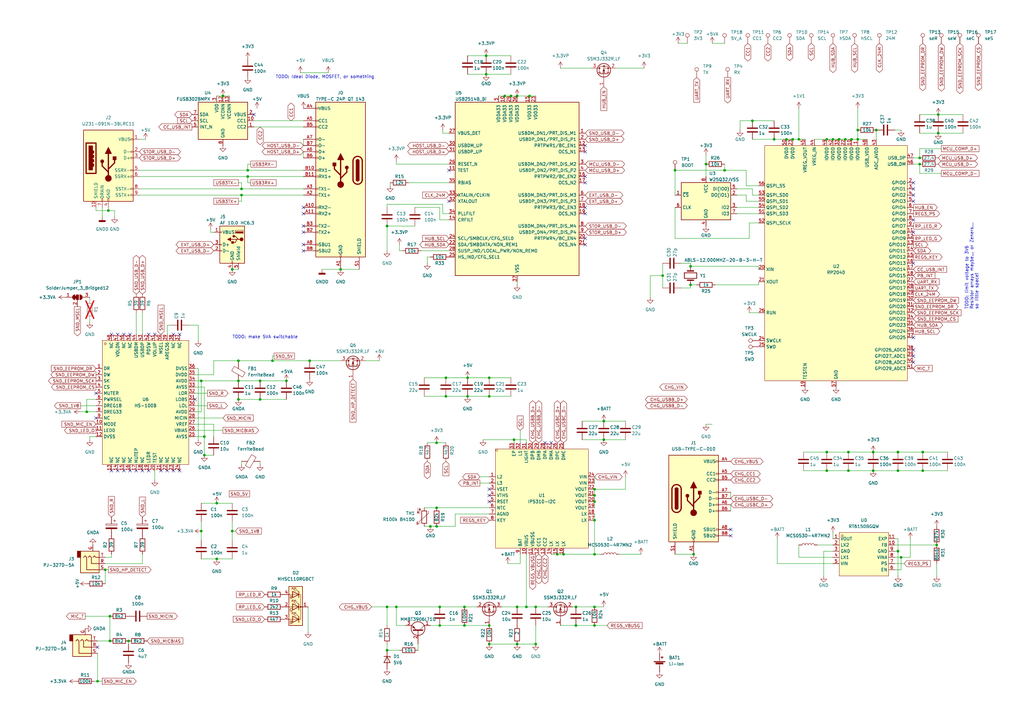
<source format=kicad_sch>
(kicad_sch (version 20230121) (generator eeschema)
  (paper "A3")
  (title_block (title "The Extender") (rev "v0.0") (company "H3"))
  (junction (at 247.65 180.34))
  (junction (at 284.48 227.33))
  (junction (at 43.18 233.68))
  (junction (at 243.84 256.54))
  (junction (at 190.5 256.54))
  (junction (at 228.6 227.33))
  (junction (at 99.06 80.01))
  (junction (at 283.21 116.84))
  (junction (at 207.01 39.37))
  (junction (at 339.09 185.42))
  (junction (at 82.55 156.21))
  (junction (at 243.84 227.33))
  (junction (at 88.9 206.375))
  (junction (at 384.175 223.52))
  (junction (at 91.44 39.37))
  (junction (at 190.5 248.92))
  (junction (at 247.65 172.72))
  (junction (at 325.12 57.15))
  (junction (at 52.705 262.89))
  (junction (at 180.34 248.92))
  (junction (at 369.57 228.6))
  (junction (at 83.82 186.69))
  (junction (at 212.09 264.16))
  (junction (at 199.39 22.86))
  (junction (at 276.86 69.85))
  (junction (at 317.5 57.15))
  (junction (at 83.82 179.07))
  (junction (at 182.88 154.94))
  (junction (at 378.46 185.42))
  (junction (at 158.75 266.7))
  (junction (at 199.39 30.48))
  (junction (at 243.84 248.92))
  (junction (at 162.56 248.92))
  (junction (at 210.82 180.34))
  (junction (at 215.9 248.92))
  (junction (at 322.58 57.15))
  (junction (at 217.17 39.37))
  (junction (at 179.07 215.9))
  (junction (at 219.71 264.16))
  (junction (at 97.79 156.21))
  (junction (at 127 147.955))
  (junction (at 182.88 162.56))
  (junction (at 308.61 49.53))
  (junction (at 95.25 217.805))
  (junction (at 180.34 256.54))
  (junction (at 368.3 193.04))
  (junction (at 346.71 57.15))
  (junction (at 106.68 156.21))
  (junction (at 283.21 109.22))
  (junction (at 297.18 69.85))
  (junction (at 179.07 181.61))
  (junction (at 209.55 39.37))
  (junction (at 179.07 208.28))
  (junction (at 236.22 248.92))
  (junction (at 40.005 279.4))
  (junction (at 339.09 57.15))
  (junction (at 106.68 163.83))
  (junction (at 95.25 110.49))
  (junction (at 200.66 162.56))
  (junction (at 351.79 53.34))
  (junction (at 368.3 226.06))
  (junction (at 347.98 185.42))
  (junction (at 45.085 262.89))
  (junction (at 139.7 110.49))
  (junction (at 176.53 215.9))
  (junction (at 341.63 57.15))
  (junction (at 271.78 113.03))
  (junction (at 378.46 193.04))
  (junction (at 368.3 185.42))
  (junction (at 158.75 92.71))
  (junction (at 219.71 248.92))
  (junction (at 212.09 248.92))
  (junction (at 377.19 64.77))
  (junction (at 200.66 154.94))
  (junction (at 339.09 193.04))
  (junction (at 377.19 67.31))
  (junction (at 111.76 147.955))
  (junction (at 97.79 163.83))
  (junction (at 191.77 154.94))
  (junction (at 158.75 248.92))
  (junction (at 88.9 229.235))
  (junction (at 243.84 200.66))
  (junction (at 327.66 57.15))
  (junction (at 236.22 256.54))
  (junction (at 349.25 57.15))
  (junction (at 384.81 54.61))
  (junction (at 44.45 86.36))
  (junction (at 243.84 203.2))
  (junction (at 358.14 185.42))
  (junction (at 212.09 39.37))
  (junction (at 359.41 53.34))
  (junction (at 358.14 193.04))
  (junction (at 99.06 77.47))
  (junction (at 97.79 147.955))
  (junction (at 35.56 168.91))
  (junction (at 200.66 264.16))
  (junction (at 101.6 72.39))
  (junction (at 200.66 256.54))
  (junction (at 344.17 57.15))
  (junction (at 117.475 156.21))
  (junction (at 243.84 213.36))
  (junction (at 351.79 57.15))
  (junction (at 347.98 193.04))
  (junction (at 243.84 205.74))
  (junction (at 45.085 252.73))
  (junction (at 101.6 69.85))
  (junction (at 384.81 46.99))
  (junction (at 82.55 217.805))
  (junction (at 191.77 162.56))
  (junction (at 289.56 67.31))
  (junction (at 231.14 227.33))
  (no_connect (at 40.005 265.43))
  (no_connect (at 374.65 90.17))
  (no_connect (at 374.65 143.51))
  (no_connect (at 240.03 100.33))
  (no_connect (at 240.03 97.79))
  (no_connect (at 240.03 87.63))
  (no_connect (at 240.03 85.09))
  (no_connect (at 374.65 146.05))
  (no_connect (at 374.65 148.59))
  (no_connect (at 60.96 137.16))
  (no_connect (at 104.14 46.99))
  (no_connect (at 374.65 74.93))
  (no_connect (at 299.72 219.71))
  (no_connect (at 374.65 138.43))
  (no_connect (at 124.46 85.09))
  (no_connect (at 374.65 95.25))
  (no_connect (at 60.96 193.04))
  (no_connect (at 299.72 217.17))
  (no_connect (at 124.46 100.33))
  (no_connect (at 124.46 95.25))
  (no_connect (at 374.65 82.55))
  (no_connect (at 184.15 82.55))
  (no_connect (at 240.03 59.69))
  (no_connect (at 240.03 74.93))
  (no_connect (at 240.03 72.39))
  (no_connect (at 240.03 62.23))
  (no_connect (at 200.66 200.66))
  (no_connect (at 200.66 203.2))
  (no_connect (at 200.66 205.74))
  (no_connect (at 184.15 69.85))
  (no_connect (at 374.65 80.01))
  (no_connect (at 374.65 77.47))
  (no_connect (at 124.46 87.63))
  (no_connect (at 374.65 107.95))
  (no_connect (at 124.46 102.87))
  (no_connect (at 124.46 92.71))
  (no_connect (at 50.8 193.04))
  (no_connect (at 48.26 193.04))
  (no_connect (at 73.66 193.04))
  (no_connect (at 71.12 193.04))
  (no_connect (at 68.58 193.04))
  (no_connect (at 45.72 193.04))
  (no_connect (at 58.42 193.04))
  (no_connect (at 73.66 137.16))
  (no_connect (at 66.04 193.04))
  (no_connect (at 39.37 171.45))
  (no_connect (at 53.34 193.04))
  (no_connect (at 71.12 137.16))
  (no_connect (at 53.34 137.16))
  (no_connect (at 45.72 137.16))
  (no_connect (at 50.8 137.16))
  (no_connect (at 80.01 163.83))
  (no_connect (at 39.37 161.29))
  (no_connect (at 55.88 193.04))
  (no_connect (at 63.5 137.16))
  (no_connect (at 48.26 137.16))
  (no_connect (at 223.52 181.61))
  (no_connect (at 226.06 181.61))
  (wire (pts (xy 68.58 137.16) (xy 68.58 133.35)))
  (wire (pts (xy 279.4 118.11) (xy 283.21 118.11)))
  (wire (pts (xy 186.69 215.9) (xy 186.69 210.82)))
  (wire (pts (xy 180.34 256.54) (xy 190.5 256.54)))
  (wire (pts (xy 369.57 228.6) (xy 373.38 228.6)))
  (wire (pts (xy 377.19 60.96) (xy 377.19 64.77)))
  (wire (pts (xy 35.56 168.91) (xy 35.56 163.83)))
  (wire (pts (xy 299.72 201.93) (xy 299.72 204.47)))
  (wire (pts (xy 200.66 154.94) (xy 209.55 154.94)))
  (wire (pts (xy 190.5 256.54) (xy 200.66 256.54)))
  (wire (pts (xy 247.65 180.34) (xy 256.54 180.34)))
  (wire (pts (xy 215.9 227.33) (xy 215.9 248.92)))
  (wire (pts (xy 341.63 226.06) (xy 337.82 226.06)))
  (wire (pts (xy 302.26 80.01) (xy 306.07 80.01)))
  (wire (pts (xy 271.78 113.03) (xy 266.7 113.03)))
  (wire (pts (xy 349.25 57.15) (xy 351.79 57.15)))
  (wire (pts (xy 39.37 85.09) (xy 39.37 86.36)))
  (wire (pts (xy 247.65 172.72) (xy 256.54 172.72)))
  (wire (pts (xy 377.19 54.61) (xy 384.81 54.61)))
  (wire (pts (xy 283.21 118.11) (xy 283.21 116.84)))
  (wire (pts (xy 302.26 85.09) (xy 311.15 85.09)))
  (wire (pts (xy 160.02 76.2) (xy 160.02 74.93)))
  (wire (pts (xy 43.18 228.6) (xy 45.72 228.6)))
  (wire (pts (xy 276.86 97.79) (xy 307.34 97.79)))
  (wire (pts (xy 36.83 132.08) (xy 36.83 130.81)))
  (wire (pts (xy 378.46 185.42) (xy 388.62 185.42)))
  (wire (pts (xy 80.01 153.67) (xy 87.63 153.67)))
  (wire (pts (xy 45.085 252.73) (xy 45.085 262.89)))
  (wire (pts (xy 386.08 60.96) (xy 377.19 60.96)))
  (wire (pts (xy 173.99 208.28) (xy 179.07 208.28)))
  (wire (pts (xy 158.75 102.87) (xy 158.75 92.71)))
  (wire (pts (xy 99.06 74.93) (xy 99.06 77.47)))
  (wire (pts (xy 45.72 228.6) (xy 45.72 227.33)))
  (wire (pts (xy 367.03 228.6) (xy 369.57 228.6)))
  (wire (pts (xy 289.56 173.99) (xy 292.1 173.99)))
  (wire (pts (xy 80.01 168.91) (xy 82.55 168.91)))
  (wire (pts (xy 368.3 220.98) (xy 368.3 226.06)))
  (wire (pts (xy 243.84 203.2) (xy 243.84 205.74)))
  (wire (pts (xy 182.88 154.94) (xy 191.77 154.94)))
  (wire (pts (xy 46.99 86.36) (xy 46.99 88.9)))
  (wire (pts (xy 243.84 248.92) (xy 247.65 248.92)))
  (wire (pts (xy 358.14 193.04) (xy 368.3 193.04)))
  (wire (pts (xy 43.18 233.68) (xy 43.18 239.395)))
  (wire (pts (xy 370.84 231.14) (xy 367.03 231.14)))
  (wire (pts (xy 200.66 162.56) (xy 209.55 162.56)))
  (wire (pts (xy 283.21 107.95) (xy 283.21 109.22)))
  (wire (pts (xy 306.07 76.2) (xy 306.07 69.85)))
  (wire (pts (xy 229.87 27.94) (xy 242.57 27.94)))
  (wire (pts (xy 358.14 185.42) (xy 368.3 185.42)))
  (wire (pts (xy 344.17 57.15) (xy 346.71 57.15)))
  (wire (pts (xy 299.72 207.01) (xy 299.72 209.55)))
  (wire (pts (xy 347.98 185.42) (xy 358.14 185.42)))
  (wire (pts (xy 163.83 102.87) (xy 165.1 102.87)))
  (wire (pts (xy 231.14 227.33) (xy 243.84 227.33)))
  (wire (pts (xy 199.39 30.48) (xy 209.55 30.48)))
  (wire (pts (xy 44.45 86.36) (xy 44.45 85.09)))
  (wire (pts (xy 243.84 195.58) (xy 243.84 198.12)))
  (wire (pts (xy 96.52 217.805) (xy 95.25 217.805)))
  (wire (pts (xy 39.37 168.91) (xy 35.56 168.91)))
  (wire (pts (xy 80.01 158.75) (xy 83.82 158.75)))
  (wire (pts (xy 57.15 80.01) (xy 99.06 80.01)))
  (wire (pts (xy 212.09 115.57) (xy 212.09 116.84)))
  (wire (pts (xy 97.79 74.93) (xy 99.06 74.93)))
  (wire (pts (xy 306.07 80.01) (xy 306.07 82.55)))
  (wire (pts (xy 228.6 227.33) (xy 231.14 227.33)))
  (wire (pts (xy 212.09 39.37) (xy 217.17 39.37)))
  (wire (pts (xy 43.18 231.14) (xy 58.42 231.14)))
  (wire (pts (xy 149.86 147.955) (xy 155.575 147.955)))
  (wire (pts (xy 52.705 264.16) (xy 52.705 262.89)))
  (wire (pts (xy 181.61 87.63) (xy 184.15 87.63)))
  (wire (pts (xy 236.22 256.54) (xy 243.84 256.54)))
  (wire (pts (xy 172.72 102.87) (xy 184.15 102.87)))
  (wire (pts (xy 322.58 57.15) (xy 325.12 57.15)))
  (wire (pts (xy 196.85 195.58) (xy 200.66 195.58)))
  (wire (pts (xy 236.22 248.92) (xy 243.84 248.92)))
  (wire (pts (xy 87.63 147.955) (xy 97.79 147.955)))
  (wire (pts (xy 36.83 123.19) (xy 36.83 121.92)))
  (wire (pts (xy 40.005 279.4) (xy 40.005 267.97)))
  (wire (pts (xy 368.3 226.06) (xy 368.3 236.22)))
  (wire (pts (xy 204.47 39.37) (xy 207.01 39.37)))
  (wire (pts (xy 175.26 105.41) (xy 176.53 105.41)))
  (wire (pts (xy 82.55 206.375) (xy 88.9 206.375)))
  (wire (pts (xy 95.25 110.49) (xy 97.79 110.49)))
  (wire (pts (xy 367.03 223.52) (xy 384.175 223.52)))
  (wire (pts (xy 196.85 198.12) (xy 200.66 198.12)))
  (wire (pts (xy 367.03 233.68) (xy 369.57 233.68)))
  (wire (pts (xy 33.02 166.37) (xy 39.37 166.37)))
  (wire (pts (xy 95.25 217.805) (xy 95.25 221.615)))
  (wire (pts (xy 88.9 39.37) (xy 91.44 39.37)))
  (wire (pts (xy 99.06 77.47) (xy 124.46 77.47)))
  (wire (pts (xy 243.84 210.82) (xy 243.84 213.36)))
  (wire (pts (xy 384.81 46.99) (xy 394.97 46.99)))
  (wire (pts (xy 91.44 171.45) (xy 80.01 171.45)))
  (wire (pts (xy 276.86 85.09) (xy 276.86 97.79)))
  (wire (pts (xy 181.61 54.61) (xy 181.61 53.34)))
  (wire (pts (xy 170.18 85.09) (xy 180.34 85.09)))
  (wire (pts (xy 243.84 205.74) (xy 243.84 208.28)))
  (wire (pts (xy 166.37 256.54) (xy 162.56 256.54)))
  (wire (pts (xy 77.47 133.35) (xy 81.28 133.35)))
  (wire (pts (xy 41.91 85.09) (xy 41.91 88.9)))
  (wire (pts (xy 102.87 67.31) (xy 101.6 67.31)))
  (wire (pts (xy 384.175 231.14) (xy 384.175 236.22)))
  (wire (pts (xy 111.76 147.955) (xy 127 147.955)))
  (wire (pts (xy 329.565 193.04) (xy 339.09 193.04)))
  (wire (pts (xy 351.79 57.15) (xy 355.6 57.15)))
  (wire (pts (xy 307.34 97.79) (xy 307.34 91.44)))
  (wire (pts (xy 226.06 227.33) (xy 228.6 227.33)))
  (wire (pts (xy 180.34 90.17) (xy 184.15 90.17)))
  (wire (pts (xy 266.7 113.03) (xy 266.7 121.92)))
  (wire (pts (xy 101.6 74.93) (xy 101.6 72.39)))
  (wire (pts (xy 158.75 264.16) (xy 158.75 266.7)))
  (wire (pts (xy 215.9 181.61) (xy 215.9 180.34)))
  (wire (pts (xy 367.03 53.34) (xy 369.57 53.34)))
  (wire (pts (xy 234.95 248.92) (xy 236.22 248.92)))
  (wire (pts (xy 293.37 116.84) (xy 311.15 116.84)))
  (wire (pts (xy 180.34 85.09) (xy 180.34 90.17)))
  (wire (pts (xy 162.56 256.54) (xy 162.56 248.92)))
  (wire (pts (xy 327.66 57.15) (xy 330.2 57.15)))
  (wire (pts (xy 205.74 248.92) (xy 212.09 248.92)))
  (wire (pts (xy 302.26 87.63) (xy 311.15 87.63)))
  (wire (pts (xy 124.46 57.15) (xy 124.46 59.69)))
  (wire (pts (xy 212.09 248.92) (xy 215.9 248.92)))
  (wire (pts (xy 158.75 266.7) (xy 163.83 266.7)))
  (wire (pts (xy 87.63 179.07) (xy 87.63 173.99)))
  (wire (pts (xy 212.09 264.16) (xy 219.71 264.16)))
  (wire (pts (xy 276.86 227.33) (xy 284.48 227.33)))
  (wire (pts (xy 111.76 146.05) (xy 111.76 147.955)))
  (wire (pts (xy 307.34 128.27) (xy 311.15 128.27)))
  (wire (pts (xy 97.79 163.83) (xy 106.68 163.83)))
  (wire (pts (xy 186.69 210.82) (xy 200.66 210.82)))
  (wire (pts (xy 82.55 229.235) (xy 88.9 229.235)))
  (wire (pts (xy 82.55 213.995) (xy 82.55 217.805)))
  (wire (pts (xy 283.21 116.84) (xy 285.75 116.84)))
  (wire (pts (xy 36.83 180.34) (xy 36.83 179.07)))
  (wire (pts (xy 200.66 264.16) (xy 212.09 264.16)))
  (wire (pts (xy 210.82 180.34) (xy 210.82 181.61)))
  (wire (pts (xy 238.76 172.72) (xy 247.65 172.72)))
  (wire (pts (xy 158.75 248.92) (xy 162.56 248.92)))
  (wire (pts (xy 369.57 233.68) (xy 369.57 228.6)))
  (wire (pts (xy 88.9 206.375) (xy 95.25 206.375)))
  (wire (pts (xy 97.79 82.55) (xy 99.06 82.55)))
  (wire (pts (xy 367.03 220.98) (xy 368.3 220.98)))
  (wire (pts (xy 191.77 162.56) (xy 200.66 162.56)))
  (wire (pts (xy 106.68 190.5) (xy 106.68 189.23)))
  (wire (pts (xy 252.73 27.94) (xy 264.16 27.94)))
  (wire (pts (xy 191.77 22.86) (xy 199.39 22.86)))
  (wire (pts (xy 173.99 215.9) (xy 176.53 215.9)))
  (wire (pts (xy 303.53 53.34) (xy 303.53 49.53)))
  (wire (pts (xy 180.34 248.92) (xy 190.5 248.92)))
  (wire (pts (xy 208.28 231.14) (xy 213.36 231.14)))
  (wire (pts (xy 373.38 228.6) (xy 373.38 220.98)))
  (wire (pts (xy 58.42 231.14) (xy 58.42 227.33)))
  (wire (pts (xy 101.6 69.85) (xy 124.46 69.85)))
  (wire (pts (xy 297.18 69.85) (xy 276.86 69.85)))
  (wire (pts (xy 99.06 190.5) (xy 99.06 189.23)))
  (wire (pts (xy 182.88 162.56) (xy 191.77 162.56)))
  (wire (pts (xy 359.41 53.34) (xy 359.41 57.15)))
  (wire (pts (xy 347.98 193.04) (xy 358.14 193.04)))
  (wire (pts (xy 152.4 248.92) (xy 158.75 248.92)))
  (wire (pts (xy 279.4 107.95) (xy 283.21 107.95)))
  (wire (pts (xy 377.19 67.31) (xy 374.65 67.31)))
  (wire (pts (xy 104.14 49.53) (xy 124.46 49.53)))
  (wire (pts (xy 44.45 233.68) (xy 43.18 233.68)))
  (wire (pts (xy 81.28 133.35) (xy 81.28 139.7)))
  (wire (pts (xy 82.55 156.21) (xy 97.79 156.21)))
  (wire (pts (xy 335.28 223.52) (xy 341.63 223.52)))
  (wire (pts (xy 367.03 226.06) (xy 368.3 226.06)))
  (wire (pts (xy 215.9 180.34) (xy 210.82 180.34)))
  (wire (pts (xy 318.77 220.98) (xy 318.77 231.14)))
  (wire (pts (xy 80.01 166.37) (xy 85.09 166.37)))
  (wire (pts (xy 132.08 110.49) (xy 139.7 110.49)))
  (wire (pts (xy 327.66 223.52) (xy 327.66 228.6)))
  (wire (pts (xy 82.55 217.805) (xy 82.55 221.615)))
  (wire (pts (xy 173.99 162.56) (xy 182.88 162.56)))
  (wire (pts (xy 384.81 54.61) (xy 394.97 54.61)))
  (wire (pts (xy 308.61 80.01) (xy 311.15 80.01)))
  (wire (pts (xy 179.07 208.28) (xy 200.66 208.28)))
  (wire (pts (xy 106.68 156.21) (xy 117.475 156.21)))
  (wire (pts (xy 198.12 180.34) (xy 210.82 180.34)))
  (wire (pts (xy 97.79 147.955) (xy 97.79 148.59)))
  (wire (pts (xy 55.88 128.27) (xy 55.88 137.16)))
  (wire (pts (xy 39.37 86.36) (xy 44.45 86.36)))
  (wire (pts (xy 101.6 67.31) (xy 101.6 69.85)))
  (wire (pts (xy 86.36 95.25) (xy 87.63 95.25)))
  (wire (pts (xy 80.01 176.53) (xy 91.44 176.53)))
  (wire (pts (xy 219.71 248.92) (xy 224.79 248.92)))
  (wire (pts (xy 302.26 77.47) (xy 308.61 77.47)))
  (wire (pts (xy 175.26 107.95) (xy 175.26 105.41)))
  (wire (pts (xy 81.28 180.34) (xy 81.28 151.13)))
  (wire (pts (xy 38.735 279.4) (xy 40.005 279.4)))
  (wire (pts (xy 213.36 176.53) (xy 213.36 181.61)))
  (wire (pts (xy 308.61 77.47) (xy 308.61 80.01)))
  (wire (pts (xy 123.19 29.845) (xy 134.62 29.845)))
  (wire (pts (xy 246.38 227.33) (xy 243.84 227.33)))
  (wire (pts (xy 181.61 87.63) (xy 181.61 83.82)))
  (wire (pts (xy 317.5 57.15) (xy 308.61 57.15)))
  (wire (pts (xy 219.71 256.54) (xy 219.71 264.16)))
  (wire (pts (xy 191.77 154.94) (xy 200.66 154.94)))
  (wire (pts (xy 256.54 195.58) (xy 256.54 200.66)))
  (wire (pts (xy 346.71 57.15) (xy 349.25 57.15)))
  (wire (pts (xy 81.28 151.13) (xy 80.01 151.13)))
  (wire (pts (xy 102.87 74.93) (xy 101.6 74.93)))
  (wire (pts (xy 158.75 248.92) (xy 158.75 256.54)))
  (wire (pts (xy 341.63 57.15) (xy 344.17 57.15)))
  (wire (pts (xy 292.1 17.78) (xy 297.18 17.78)))
  (wire (pts (xy 243.84 200.66) (xy 256.54 200.66)))
  (wire (pts (xy 179.07 181.61) (xy 182.88 181.61)))
  (wire (pts (xy 101.6 72.39) (xy 124.46 72.39)))
  (wire (pts (xy 207.01 39.37) (xy 209.55 39.37)))
  (wire (pts (xy 378.46 193.04) (xy 388.62 193.04)))
  (wire (pts (xy 327.66 228.6) (xy 341.63 228.6)))
  (wire (pts (xy 87.63 147.955) (xy 87.63 153.67)))
  (wire (pts (xy 215.9 248.92) (xy 219.71 248.92)))
  (wire (pts (xy 184.15 54.61) (xy 181.61 54.61)))
  (wire (pts (xy 377.19 71.12) (xy 377.19 67.31)))
  (wire (pts (xy 289.56 67.31) (xy 289.56 72.39)))
  (wire (pts (xy 158.75 83.82) (xy 181.61 83.82)))
  (wire (pts (xy 97.79 156.21) (xy 106.68 156.21)))
  (wire (pts (xy 386.08 71.12) (xy 377.19 71.12)))
  (wire (pts (xy 126.365 248.92) (xy 126.365 259.08)))
  (wire (pts (xy 191.77 30.48) (xy 199.39 30.48)))
  (wire (pts (xy 377.19 64.77) (xy 374.65 64.77)))
  (wire (pts (xy 82.55 168.91) (xy 82.55 156.21)))
  (wire (pts (xy 88.9 229.235) (xy 95.25 229.235)))
  (wire (pts (xy 80.01 156.21) (xy 82.55 156.21)))
  (wire (pts (xy 209.55 39.37) (xy 212.09 39.37)))
  (wire (pts (xy 57.15 69.85) (xy 101.6 69.85)))
  (wire (pts (xy 59.69 57.15) (xy 57.15 57.15)))
  (wire (pts (xy 87.63 173.99) (xy 80.01 173.99)))
  (wire (pts (xy 303.53 49.53) (xy 308.61 49.53)))
  (wire (pts (xy 63.5 196.85) (xy 63.5 193.04)))
  (wire (pts (xy 36.83 179.07) (xy 39.37 179.07)))
  (wire (pts (xy 139.7 110.49) (xy 147.32 110.49)))
  (wire (pts (xy 311.15 76.2) (xy 306.07 76.2)))
  (wire (pts (xy 86.36 93.98) (xy 86.36 95.25)))
  (wire (pts (xy 341.63 218.44) (xy 341.63 220.98)))
  (wire (pts (xy 368.3 185.42) (xy 378.46 185.42)))
  (wire (pts (xy 243.84 200.66) (xy 243.84 203.2)))
  (wire (pts (xy 163.83 100.33) (xy 163.83 102.87)))
  (wire (pts (xy 341.63 231.14) (xy 318.77 231.14)))
  (wire (pts (xy 34.925 252.73) (xy 45.085 252.73)))
  (wire (pts (xy 329.565 185.42) (xy 339.09 185.42)))
  (wire (pts (xy 262.89 227.33) (xy 254 227.33)))
  (wire (pts (xy 112.395 146.05) (xy 111.76 146.05)))
  (wire (pts (xy 167.64 74.93) (xy 184.15 74.93)))
  (wire (pts (xy 213.36 231.14) (xy 213.36 227.33)))
  (wire (pts (xy 306.07 82.55) (xy 311.15 82.55)))
  (wire (pts (xy 377.19 46.99) (xy 384.81 46.99)))
  (wire (pts (xy 95.25 213.995) (xy 95.25 217.805)))
  (wire (pts (xy 283.21 109.22) (xy 311.15 109.22)))
  (wire (pts (xy 307.34 91.44) (xy 311.15 91.44)))
  (wire (pts (xy 83.82 158.75) (xy 83.82 179.07)))
  (wire (pts (xy 190.5 248.92) (xy 195.58 248.92)))
  (wire (pts (xy 57.15 77.47) (xy 99.06 77.47)))
  (wire (pts (xy 271.78 107.95) (xy 271.78 113.03)))
  (wire (pts (xy 162.56 67.31) (xy 184.15 67.31)))
  (wire (pts (xy 243.84 213.36) (xy 243.84 227.33)))
  (wire (pts (xy 33.02 168.91) (xy 35.56 168.91)))
  (wire (pts (xy 173.99 154.94) (xy 182.88 154.94)))
  (wire (pts (xy 339.09 57.15) (xy 341.63 57.15)))
  (wire (pts (xy 229.87 256.54) (xy 236.22 256.54)))
  (wire (pts (xy 243.84 256.54) (xy 248.92 256.54)))
  (wire (pts (xy 158.75 92.71) (xy 170.18 92.71)))
  (wire (pts (xy 176.53 256.54) (xy 180.34 256.54)))
  (wire (pts (xy 278.13 17.78) (xy 281.94 17.78)))
  (wire (pts (xy 276.86 69.85) (xy 276.86 80.01)))
  (wire (pts (xy 199.39 22.86) (xy 209.55 22.86)))
  (wire (pts (xy 80.01 161.29) (xy 85.09 161.29)))
  (wire (pts (xy 99.06 80.01) (xy 124.46 80.01)))
  (wire (pts (xy 327.66 44.45) (xy 327.66 57.15)))
  (wire (pts (xy 325.12 57.15) (xy 327.66 57.15)))
  (wire (pts (xy 127 147.955) (xy 139.7 147.955)))
  (wire (pts (xy 99.06 82.55) (xy 99.06 80.01)))
  (wire (pts (xy 58.42 128.27) (xy 58.42 137.16)))
  (wire (pts (xy 162.56 66.04) (xy 162.56 67.31)))
  (wire (pts (xy 271.78 113.03) (xy 271.78 118.11)))
  (wire (pts (xy 57.15 72.39) (xy 101.6 72.39)))
  (wire (pts (xy 124.46 62.23) (xy 124.46 64.77)))
  (wire (pts (xy 176.53 215.9) (xy 179.07 215.9)))
  (wire (pts (xy 83.82 186.69) (xy 87.63 186.69)))
  (wire (pts (xy 311.15 116.84) (xy 311.15 115.57)))
  (wire (pts (xy 91.44 39.37) (xy 93.98 39.37)))
  (wire (pts (xy 83.82 179.07) (xy 83.82 186.69)))
  (wire (pts (xy 368.3 193.04) (xy 378.46 193.04)))
  (wire (pts (xy 175.26 181.61) (xy 179.07 181.61)))
  (wire (pts (xy 339.09 193.04) (xy 347.98 193.04)))
  (wire (pts (xy 351.79 53.34) (xy 351.79 57.15)))
  (wire (pts (xy 104.14 52.07) (xy 124.46 52.07)))
  (wire (pts (xy 306.07 69.85) (xy 297.18 69.85)))
  (wire (pts (xy 162.56 248.92) (xy 180.34 248.92)))
  (wire (pts (xy 297.18 67.31) (xy 297.18 69.85)))
  (wire (pts (xy 289.56 63.5) (xy 289.56 67.31)))
  (wire (pts (xy 317.5 57.15) (xy 322.58 57.15)))
  (wire (pts (xy 238.76 180.34) (xy 247.65 180.34)))
  (wire (pts (xy 339.09 185.42) (xy 347.98 185.42)))
  (wire (pts (xy 217.17 39.37) (xy 219.71 39.37)))
  (wire (pts (xy 44.45 86.36) (xy 46.99 86.36)))
  (wire (pts (xy 40.005 262.89) (xy 45.085 262.89)))
  (wire (pts (xy 35.56 163.83) (xy 39.37 163.83)))
  (wire (pts (xy 83.82 179.07) (xy 80.01 179.07)))
  (wire (pts (xy 351.79 44.45) (xy 351.79 53.34)))
  (wire (pts (xy 179.07 215.9) (xy 186.69 215.9)))
  (wire (pts (xy 106.68 163.83) (xy 117.475 163.83)))
  (wire (pts (xy 97.79 147.955) (xy 111.76 147.955)))
  (wire (pts (xy 68.58 133.35) (xy 69.85 133.35)))
  (wire (pts (xy 308.61 49.53) (xy 317.5 49.53)))
  (wire (pts (xy 158.75 83.82) (xy 158.75 85.09)))
  (wire (pts (xy 40.005 279.4) (xy 41.91 279.4)))
  (wire (pts (xy 171.45 266.7) (xy 171.45 264.16)))
  (wire (pts (xy 334.01 57.15) (xy 339.09 57.15)))
  (wire (pts (xy 311.15 109.22) (xy 311.15 110.49)))
  (wire (pts (xy 337.82 226.06) (xy 337.82 236.22)))
  (text "TODO: Ideal Diode, MOSFET, or something" (at 113.03 32.385 0) (effects (font (size 1.27 1.27)) (justify left bottom)))
  (text "TODO: make 5VA switchable" (at 95.25 139.065 0) (effects (font (size 1.27 1.27)) (justify left bottom)))
  (text "TODO: limit voltage to 3V6\nResistor arrays maybe... or Zeners...\nso little space!" (at 401.32 127 90) (effects (font (size 1.27 1.27)) (justify left bottom)))
  (global_label "MIC_T" (shape input) (at 374.65 151.13 0) (property "Intersheetrefs" "${INTERSHEET_REFS}" (effects hide)))
  (global_label "USB3TX+" (shape passive) (at 97.79 82.55 180) (property "Intersheetrefs" "${INTERSHEET_REFS}" (effects hide)))
  (global_label "SND_EEPROM_DW" (shape tri_state) (at 386.08 17.78 270) (property "Intersheetrefs" "${INTERSHEET_REFS}" (effects hide)))
  (global_label "PB_INT" (shape input) (at 374.65 113.03 0) (property "Intersheetrefs" "${INTERSHEET_REFS}" (effects hide)))
  (global_label "CC2" (shape tri_state) (at 314.96 17.78 270) (property "Intersheetrefs" "${INTERSHEET_REFS}" (effects hide)))
  (global_label "CC1" (shape bidirectional) (at 119.38 49.53 90) (property "Intersheetrefs" "${INTERSHEET_REFS}" (effects hide)))
  (global_label "SND_MSEL" (shape output) (at 31.75 125.73 270) (property "Intersheetrefs" "${INTERSHEET_REFS}" (effects hide)))
  (global_label "CHG_CC2" (shape bidirectional) (at 299.72 196.85 0) (property "Intersheetrefs" "${INTERSHEET_REFS}" (effects hide)))
  (global_label "STOR_USB_D-" (shape bidirectional) (at 240.03 92.71 0) (property "Intersheetrefs" "${INTERSHEET_REFS}" (effects hide)))
  (global_label "CHG_USBC_D-" (shape bidirectional) (at 231.14 181.61 90) (property "Intersheetrefs" "${INTERSHEET_REFS}" (effects hide)))
  (global_label "SND_1V8" (shape output) (at 33.02 166.37 180) (property "Intersheetrefs" "${INTERSHEET_REFS}" (effects hide)))
  (global_label "EXT_USB_D+" (shape bidirectional) (at 87.63 100.33 180) (property "Intersheetrefs" "${INTERSHEET_REFS}" (effects hide)))
  (global_label "MCU_USB_D-" (shape bidirectional) (at 240.03 67.31 0) (property "Intersheetrefs" "${INTERSHEET_REFS}" (effects hide)))
  (global_label "SND_HP_DETECT" (shape output) (at 44.45 233.68 0) (property "Intersheetrefs" "${INTERSHEET_REFS}" (effects hide)))
  (global_label "REG5_VBUSG" (shape input) (at 248.92 256.54 0) (property "Intersheetrefs" "${INTERSHEET_REFS}" (effects hide)))
  (global_label "USB3RX+" (shape passive) (at 102.87 74.93 0) (property "Intersheetrefs" "${INTERSHEET_REFS}" (effects hide)))
  (global_label "PB_INT" (shape output) (at 196.85 198.12 180) (property "Intersheetrefs" "${INTERSHEET_REFS}" (effects hide)))
  (global_label "HOST_USB_D+" (shape bidirectional) (at 184.15 62.23 180) (property "Intersheetrefs" "${INTERSHEET_REFS}" (effects hide)))
  (global_label "SND_MIC_EN" (shape output) (at 41.91 279.4 0) (property "Intersheetrefs" "${INTERSHEET_REFS}" (effects hide)))
  (global_label "SND_R" (shape output) (at 85.09 161.29 0) (property "Intersheetrefs" "${INTERSHEET_REFS}" (effects hide)))
  (global_label "HUB_EN" (shape input) (at 247.65 35.56 270) (property "Intersheetrefs" "${INTERSHEET_REFS}" (effects hide)))
  (global_label "HUB_SDA" (shape bidirectional) (at 184.15 100.33 180) (property "Intersheetrefs" "${INTERSHEET_REFS}" (effects hide)))
  (global_label "RP_LED_R" (shape output) (at 374.65 92.71 0) (property "Intersheetrefs" "${INTERSHEET_REFS}" (effects hide)))
  (global_label "SND_EEPROM_SCK" (shape output) (at 39.37 156.21 180) (property "Intersheetrefs" "${INTERSHEET_REFS}" (effects hide)))
  (global_label "HUB_SDA" (shape tri_state) (at 341.63 17.78 270) (property "Intersheetrefs" "${INTERSHEET_REFS}" (effects hide)))
  (global_label "SDA" (shape bidirectional) (at 374.65 102.87 0) (property "Intersheetrefs" "${INTERSHEET_REFS}" (effects hide)))
  (global_label "SND_USB_D-" (shape bidirectional) (at 240.03 54.61 0) (property "Intersheetrefs" "${INTERSHEET_REFS}" (effects hide)))
  (global_label "SDA" (shape bidirectional) (at 175.26 189.23 270) (property "Intersheetrefs" "${INTERSHEET_REFS}" (effects hide)))
  (global_label "CHG_CC1" (shape bidirectional) (at 299.72 194.31 0) (property "Intersheetrefs" "${INTERSHEET_REFS}" (effects hide)))
  (global_label "SND_MIC_EN" (shape input) (at 39.37 173.99 180) (property "Intersheetrefs" "${INTERSHEET_REFS}" (effects hide)))
  (global_label "SCL" (shape tri_state) (at 332.74 17.78 270) (property "Intersheetrefs" "${INTERSHEET_REFS}" (effects hide)))
  (global_label "SND_EEPROM_DW" (shape input) (at 374.65 123.19 0) (property "Intersheetrefs" "${INTERSHEET_REFS}" (effects hide)))
  (global_label "EXT_USB_D+" (shape bidirectional) (at 240.03 82.55 0) (property "Intersheetrefs" "${INTERSHEET_REFS}" (effects hide)))
  (global_label "SND_USB_D-" (shape bidirectional) (at 55.88 120.65 90) (property "Intersheetrefs" "${INTERSHEET_REFS}" (effects hide)))
  (global_label "HUB_EN" (shape output) (at 374.65 85.09 0) (property "Intersheetrefs" "${INTERSHEET_REFS}" (effects hide)))
  (global_label "SND_MICIN" (shape output) (at 60.325 252.73 0) (property "Intersheetrefs" "${INTERSHEET_REFS}" (effects hide)))
  (global_label "HOST_USB_D-" (shape bidirectional) (at 124.46 59.69 180) (property "Intersheetrefs" "${INTERSHEET_REFS}" (effects hide)))
  (global_label "CHG_USBB_D+" (shape bidirectional) (at 218.44 181.61 90) (property "Intersheetrefs" "${INTERSHEET_REFS}" (effects hide)))
  (global_label "SND_EEPROM_SCK" (shape input) (at 374.65 128.27 0) (property "Intersheetrefs" "${INTERSHEET_REFS}" (effects hide)))
  (global_label "CLK_24M" (shape tri_state) (at 360.68 17.78 270) (property "Intersheetrefs" "${INTERSHEET_REFS}" (effects hide)))
  (global_label "SND_LED_O" (shape output) (at 39.37 176.53 180) (property "Intersheetrefs" "${INTERSHEET_REFS}" (effects hide)))
  (global_label "CC2" (shape bidirectional) (at 106.68 52.07 270) (property "Intersheetrefs" "${INTERSHEET_REFS}" (effects hide)))
  (global_label "SDA" (shape bidirectional) (at 196.85 195.58 180) (property "Intersheetrefs" "${INTERSHEET_REFS}" (effects hide)))
  (global_label "UART_RX" (shape output) (at 298.45 31.75 270) (property "Intersheetrefs" "${INTERSHEET_REFS}" (effects hide)))
  (global_label "SCL" (shape output) (at 374.65 100.33 0) (property "Intersheetrefs" "${INTERSHEET_REFS}" (effects hide)))
  (global_label "CLK_24M" (shape output) (at 374.65 120.65 0) (property "Intersheetrefs" "${INTERSHEET_REFS}" (effects hide)))
  (global_label "REG5_KEY" (shape output) (at 374.65 105.41 0) (property "Intersheetrefs" "${INTERSHEET_REFS}" (effects hide)))
  (global_label "SND_EEPROM_DR" (shape tri_state) (at 378.46 17.78 270) (property "Intersheetrefs" "${INTERSHEET_REFS}" (effects hide)))
  (global_label "SCL" (shape input) (at 182.88 189.23 270) (property "Intersheetrefs" "${INTERSHEET_REFS}" (effects hide)))
  (global_label "RP_LED_G" (shape output) (at 374.65 97.79 0) (property "Intersheetrefs" "${INTERSHEET_REFS}" (effects hide)))
  (global_label "SND_MICBIAS" (shape input) (at 60.325 262.89 0) (property "Intersheetrefs" "${INTERSHEET_REFS}" (effects hide)))
  (global_label "CHG_VBUS" (shape bidirectional) (at 152.4 248.92 180) (property "Intersheetrefs" "${INTERSHEET_REFS}" (effects hide)))
  (global_label "SND_L" (shape input) (at 58.42 212.09 90) (property "Intersheetrefs" "${INTERSHEET_REFS}" (effects hide)))
  (global_label "SND_1V8" (shape input) (at 96.52 217.805 0) (property "Intersheetrefs" "${INTERSHEET_REFS}" (effects hide)))
  (global_label "REG3_PS" (shape input) (at 370.84 231.14 0) (property "Intersheetrefs" "${INTERSHEET_REFS}" (effects hide)))
  (global_label "STOR_USB_D+" (shape bidirectional) (at 240.03 95.25 0) (property "Intersheetrefs" "${INTERSHEET_REFS}" (effects hide)))
  (global_label "SND_L" (shape output) (at 85.09 166.37 0) (property "Intersheetrefs" "${INTERSHEET_REFS}" (effects hide)))
  (global_label "SND_EEPROM_SCK" (shape tri_state) (at 393.7 17.78 270) (property "Intersheetrefs" "${INTERSHEET_REFS}" (effects hide)))
  (global_label "REG5_VBUSG" (shape output) (at 218.44 227.33 270) (property "Intersheetrefs" "${INTERSHEET_REFS}" (effects hide)))
  (global_label "SND_EEPROM_CS" (shape tri_state) (at 401.32 17.78 270) (property "Intersheetrefs" "${INTERSHEET_REFS}" (effects hide)))
  (global_label "UART_TX" (shape output) (at 374.65 118.11 0) (property "Intersheetrefs" "${INTERSHEET_REFS}" (effects hide)))
  (global_label "SND_EEPROM_DR" (shape output) (at 374.65 125.73 0) (property "Intersheetrefs" "${INTERSHEET_REFS}" (effects hide)))
  (global_label "CC_USB_INT" (shape input) (at 374.65 110.49 0) (property "Intersheetrefs" "${INTERSHEET_REFS}" (effects hide)))
  (global_label "HOST_USB_D-" (shape bidirectional) (at 184.15 59.69 180) (property "Intersheetrefs" "${INTERSHEET_REFS}" (effects hide)))
  (global_label "MCU_USB_D+" (shape bidirectional) (at 384.81 64.77 0) (property "Intersheetrefs" "${INTERSHEET_REFS}" (effects hide)))
  (global_label "EXT_USB_D-" (shape bidirectional) (at 87.63 102.87 180) (property "Intersheetrefs" "${INTERSHEET_REFS}" (effects hide)))
  (global_label "CHG_USBB_D-" (shape bidirectional) (at 220.98 181.61 90) (property "Intersheetrefs" "${INTERSHEET_REFS}" (effects hide)))
  (global_label "SND_EEPROM_DW" (shape output) (at 39.37 153.67 180) (property "Intersheetrefs" "${INTERSHEET_REFS}" (effects hide)))
  (global_label "MCU_COMP_D-" (shape passive) (at 386.08 71.12 0) (property "Intersheetrefs" "${INTERSHEET_REFS}" (effects hide)))
  (global_label "HUB_SCL" (shape tri_state) (at 350.52 17.78 270) (property "Intersheetrefs" "${INTERSHEET_REFS}" (effects hide)))
  (global_label "SND_R" (shape input) (at 45.72 212.09 90) (property "Intersheetrefs" "${INTERSHEET_REFS}" (effects hide)))
  (global_label "SND_USB_D+" (shape bidirectional) (at 240.03 57.15 0) (property "Intersheetrefs" "${INTERSHEET_REFS}" (effects hide)))
  (global_label "CHG_VIN" (shape bidirectional) (at 281.94 158.75 180) (property "Intersheetrefs" "${INTERSHEET_REFS}" (effects hide)))
  (global_label "UART_TX" (shape input) (at 285.75 31.75 270) (property "Intersheetrefs" "${INTERSHEET_REFS}" (effects hide)))
  (global_label "REG5_KEY" (shape input) (at 200.66 213.36 180) (property "Intersheetrefs" "${INTERSHEET_REFS}" (effects hide)))
  (global_label "SND_EEPROM_DR" (shape input) (at 39.37 151.13 180) (property "Intersheetrefs" "${INTERSHEET_REFS}" (effects hide)))
  (global_label "USB3RX-" (shape passive) (at 102.87 67.31 0) (property "Intersheetrefs" "${INTERSHEET_REFS}" (effects hide)))
  (global_label "CC_USB_INT" (shape output) (at 78.74 52.07 180) (property "Intersheetrefs" "${INTERSHEET_REFS}" (effects hide)))
  (global_label "EXT_USB_D-" (shape bidirectional) (at 240.03 80.01 0) (property "Intersheetrefs" "${INTERSHEET_REFS}" (effects hide)))
  (global_label "USB3TX-" (shape passive) (at 97.79 74.93 180) (property "Intersheetrefs" "${INTERSHEET_REFS}" (effects hide)))
  (global_label "CHG_USBC_D+" (shape bidirectional) (at 228.6 181.61 90) (property "Intersheetrefs" "${INTERSHEET_REFS}" (effects hide)))
  (global_label "SCL" (shape input) (at 78.74 49.53 180) (property "Intersheetrefs" "${INTERSHEET_REFS}" (effects hide)))
  (global_label "CHG_USBC_D-" (shape bidirectional) (at 299.72 204.47 0) (property "Intersheetrefs" "${INTERSHEET_REFS}" (effects hide)))
  (global_label "SND_MICIN" (shape input) (at 91.44 171.45 0) (property "Intersheetrefs" "${INTERSHEET_REFS}" (effects hide)))
  (global_label "SND_MSEL" (shape input) (at 66.04 137.16 90) (property "Intersheetrefs" "${INTERSHEET_REFS}" (effects hide)))
  (global_label "HUB_SDA" (shape bidirectional) (at 374.65 133.35 0) (property "Intersheetrefs" "${INTERSHEET_REFS}" (effects hide)))
  (global_label "CHG_VIN" (shape bidirectional) (at 243.84 195.58 0) (property "Intersheetrefs" "${INTERSHEET_REFS}" (effects hide)))
  (global_label "REG3_PS" (shape output) (at 374.65 87.63 0) (property "Intersheetrefs" "${INTERSHEET_REFS}" (effects hide)))
  (global_label "STOR_USB_D-" (shape bidirectional) (at 57.15 62.23 0) (property "Intersheetrefs" "${INTERSHEET_REFS}" (effects hide)))
  (global_label "SDA" (shape bidirectional) (at 78.74 46.99 180) (property "Intersheetrefs" "${INTERSHEET_REFS}" (effects hide)))
  (global_label "SND_LED_O" (shape input) (at 108.585 254 180) (property "Intersheetrefs" "${INTERSHEET_REFS}" (effects hide)))
  (global_label "HUB_SCL" (shape output) (at 374.65 135.89 0) (property "Intersheetrefs" "${INTERSHEET_REFS}" (effects hide)))
  (global_label "UART_RX" (shape input) (at 374.65 115.57 0) (property "Intersheetrefs" "${INTERSHEET_REFS}" (effects hide)))
  (global_label "SND_EEPROM_CS" (shape output) (at 39.37 158.75 180) (property "Intersheetrefs" "${INTERSHEET_REFS}" (effects hide)))
  (global_label "RP_LED_R" (shape input) (at 108.585 243.84 180) (property "Intersheetrefs" "${INTERSHEET_REFS}" (effects hide)))
  (global_label "CHG_USBB_D-" (shape bidirectional) (at 281.94 166.37 180) (property "Intersheetrefs" "${INTERSHEET_REFS}" (effects hide)))
  (global_label "CC1" (shape tri_state) (at 306.705 17.78 270) (property "Intersheetrefs" "${INTERSHEET_REFS}" (effects hide)))
  (global_label "SCL" (shape input) (at 213.36 176.53 90) (property "Intersheetrefs" "${INTERSHEET_REFS}" (effects hide)))
  (global_label "SND_5V" (shape passive) (at 112.395 146.05 0) (property "Intersheetrefs" "${INTERSHEET_REFS}" (effects hide)))
  (global_label "CLK_24M" (shape input) (at 184.15 80.01 180) (property "Intersheetrefs" "${INTERSHEET_REFS}" (effects hide)))
  (global_label "SND_5V" (shape passive) (at 93.98 202.565 0) (property "Intersheetrefs" "${INTERSHEET_REFS}" (effects hide)))
  (global_label "SND_USB_D+" (shape bidirectional) (at 58.42 120.65 90) (property "Intersheetrefs" "${INTERSHEET_REFS}" (effects hide)))
  (global_label "CHG_CC1" (shape bidirectional) (at 220.98 227.33 270) (property "Intersheetrefs" "${INTERSHEET_REFS}" (effects hide)))
  (global_label "CHG_USBB_D+" (shape bidirectional) (at 281.94 163.83 180) (property "Intersheetrefs" "${INTERSHEET_REFS}" (effects hide)))
  (global_label "STOR_USB_D+" (shape bidirectional) (at 57.15 64.77 0) (property "Intersheetrefs" "${INTERSHEET_REFS}" (effects hide)))
  (global_label "MCU_USB_D-" (shape bidirectional) (at 384.81 67.31 0) (property "Intersheetrefs" "${INTERSHEET_REFS}" (effects hide)))
  (global_label "MIC_T" (shape output) (at 34.925 252.73 180) (property "Intersheetrefs" "${INTERSHEET_REFS}" (effects hide)))
  (global_label "SND_EEPROM_CS" (shape input) (at 374.65 130.81 0) (property "Intersheetrefs" "${INTERSHEET_REFS}" (effects hide)))
  (global_label "SDA" (shape tri_state) (at 323.85 17.78 270) (property "Intersheetrefs" "${INTERSHEET_REFS}" (effects hide)))
  (global_label "CHG_VBUS" (shape bidirectional) (at 299.72 189.23 0) (property "Intersheetrefs" "${INTERSHEET_REFS}" (effects hide)))
  (global_label "HUB_SCL" (shape input) (at 184.15 97.79 180) (property "Intersheetrefs" "${INTERSHEET_REFS}" (effects hide)))
  (global_label "MCU_COMP_D+" (shape passive) (at 386.08 60.96 0) (property "Intersheetrefs" "${INTERSHEET_REFS}" (effects hide)))
  (global_label "RP_LED_G" (shape input) (at 108.585 248.92 180) (property "Intersheetrefs" "${INTERSHEET_REFS}" (effects hide)))
  (global_label "SND_MICBIAS" (shape output) (at 91.44 176.53 0) (property "Intersheetrefs" "${INTERSHEET_REFS}" (effects hide)))
  (global_label "CHG_CC2" (shape bidirectional) (at 223.52 227.33 270) (property "Intersheetrefs" "${INTERSHEET_REFS}" (effects hide)))
  (global_label "CHG_USBC_D+" (shape bidirectional) (at 299.72 207.01 0) (property "Intersheetrefs" "${INTERSHEET_REFS}" (effects hide)))
  (global_label "HOST_USB_D+" (shape bidirectional) (at 124.46 62.23 180) (property "Intersheetrefs" "${INTERSHEET_REFS}" (effects hide)))
  (global_label "SND_HP_DETECT" (shape input) (at 144.78 155.575 270) (property "Intersheetrefs" "${INTERSHEET_REFS}" (effects hide)))
  (global_label "MCU_USB_D+" (shape bidirectional) (at 240.03 69.85 0) (property "Intersheetrefs" "${INTERSHEET_REFS}" (effects hide)))
  (symbol (lib_id "power:GND") (at 88.9 229.235 0) (unit 1)
    (property "Reference" "#PWR02" (effects hide))
    (property "Value" "GND" (at 88.9 234.315 0))
  )
  (symbol (lib_id "Connector:TestPoint") (at 311.15 142.24 90) (unit 1)
    (property "Reference" "TP5" (at 307.34 144.78 90))
    (property "Value" "SWD" (at 307.34 147.32 90))
    (property "Footprint" "TestPoint:TestPoint_Pad_D2.0mm" (effects hide))
  )
  (symbol (lib_id "power:+5V") (at 35.56 239.395 90) (unit 1)
    (property "Reference" "#PWR078" (effects hide))
    (property "Value" "+5V" (at 31.75 239.395 0))
  )
  (symbol (lib_id "Device:C") (at 82.55 210.185 180) (unit 1)
    (property "Reference" "C1" (at 86.36 208.9149 0) (effects (justify right)))
    (property "Value" "100n" (at 86.36 211.4549 0) (effects (justify right)))
    (property "Footprint" "Capacitor_SMD:C_0805_2012Metric_Pad1.18x1.45mm_HandSolder" (effects hide))
  )
  (symbol (lib_id "power:GND") (at 358.14 193.04 0) (unit 1)
    (property "Reference" "#PWR065" (effects hide))
    (property "Value" "GND" (at 358.14 198.12 0))
  )
  (symbol (lib_id "Device:Crystal") (at 283.21 113.03 90) (unit 1)
    (property "Reference" "Y1" (at 287.02 113.03 90) (effects (justify right)))
    (property "Value" "ABLS-12.000MHZ-20-B-3-H-T" (at 280.67 106.68 90) (effects (justify right)))
    (property "Footprint" "Crystal:Crystal_SMD_7050-2Pin_7.0x5.0mm_HandSoldering" (effects hide))
  )
  (symbol (lib_id "power:GND") (at 160.02 76.2 0) (unit 1)
    (property "Reference" "#PWR031" (effects hide))
    (property "Value" "GND" (at 160.02 81.28 0))
  )
  (symbol (lib_id "Device:C") (at 209.55 26.67 0) (unit 1)
    (property "Reference" "C22" (at 212.09 25.4 0) (effects (justify left)))
    (property "Value" "100n" (at 212.09 27.94 0) (effects (justify left)))
    (property "Footprint" "Capacitor_SMD:C_0805_2012Metric_Pad1.18x1.45mm_HandSolder" (effects hide))
  )
  (symbol (lib_id "Connector:TestPoint") (at 360.68 17.78 0) (unit 1)
    (property "Reference" "TP12" (at 363.22 13.2079 0) (effects (justify left)))
    (property "Value" "24M" (at 363.22 15.7479 0) (effects (justify left)))
    (property "Footprint" "TestPoint:TestPoint_Pad_D1.0mm" (effects hide))
  )
  (symbol (lib_id "Device:C") (at 82.55 225.425 180) (unit 1)
    (property "Reference" "C2" (at 86.36 224.1549 0) (effects (justify right)))
    (property "Value" "100n" (at 86.36 226.6949 0) (effects (justify right)))
    (property "Footprint" "Capacitor_SMD:C_0805_2012Metric_Pad1.18x1.45mm_HandSolder" (effects hide))
  )
  (symbol (lib_id "Device:C") (at 394.97 50.8 0) (unit 1)
    (property "Reference" "C42" (at 397.51 49.53 0) (effects (justify left)))
    (property "Value" "100n" (at 397.51 52.07 0) (effects (justify left)))
    (property "Footprint" "Capacitor_SMD:C_0805_2012Metric_Pad1.18x1.45mm_HandSolder" (effects hide))
  )
  (symbol (lib_id "power:GND") (at 212.09 264.16 0) (unit 1)
    (property "Reference" "#PWR026" (effects hide))
    (property "Value" "GND" (at 212.09 269.24 0))
  )
  (symbol (lib_id "Device:R") (at 180.34 105.41 270) (mirror x) (unit 1)
    (property "Reference" "R33" (at 180.34 107.95 90))
    (property "Value" "10k" (at 180.34 105.41 90))
    (property "Footprint" "Resistor_SMD:R_0805_2012Metric_Pad1.20x1.40mm_HandSolder" (effects hide))
  )
  (symbol (lib_id "power:+BATT") (at 247.65 172.72 0) (unit 1)
    (property "Reference" "#PWR047" (effects hide))
    (property "Value" "+BATT" (at 247.65 167.64 0))
  )
  (symbol (lib_id "power:+3V3") (at 101.6 24.13 0) (unit 1)
    (property "Reference" "#PWR073" (effects hide))
    (property "Value" "+3V3" (at 101.6 19.05 0))
  )
  (symbol (lib_id "Device:R") (at 112.395 243.84 270) (unit 1)
    (property "Reference" "R9" (at 112.395 241.3 90))
    (property "Value" "1k" (at 112.395 243.84 90))
    (property "Footprint" "Resistor_SMD:R_0805_2012Metric_Pad1.20x1.40mm_HandSolder" (effects hide))
  )
  (symbol (lib_id "power:GND") (at 368.3 236.22 0) (unit 1)
    (property "Reference" "#PWR066" (effects hide))
    (property "Value" "GND" (at 368.3 240.03 0))
  )
  (symbol (lib_id "power:+5V") (at 247.65 248.92 0) (unit 1)
    (property "Reference" "#PWR046" (effects hide))
    (property "Value" "+5V" (at 247.65 243.84 0))
  )
  (symbol (lib_id "power:+5V") (at 123.19 29.845 0) (unit 1)
    (property "Reference" "#PWR0109" (effects hide))
    (property "Value" "+5V" (at 123.19 24.765 0))
  )
  (symbol (lib_id "Device:C") (at 384.81 50.8 0) (unit 1)
    (property "Reference" "C40" (at 387.35 49.53 0) (effects (justify left)))
    (property "Value" "100n" (at 387.35 52.07 0) (effects (justify left)))
    (property "Footprint" "Capacitor_SMD:C_0805_2012Metric_Pad1.18x1.45mm_HandSolder" (effects hide))
  )
  (symbol (lib_id "power:+5V") (at 105.41 44.45 0) (unit 1)
    (property "Reference" "#PWR0108" (effects hide))
    (property "Value" "+5V" (at 105.41 40.64 0))
  )
  (symbol (lib_id "power:+BATT") (at 208.28 231.14 0) (unit 1)
    (property "Reference" "#PWR041" (effects hide))
    (property "Value" "+BATT" (at 208.28 227.33 0))
  )
  (symbol (lib_id "Device:R") (at 355.6 53.34 90) (unit 1)
    (property "Reference" "R27" (at 355.6 50.8 90))
    (property "Value" "10k" (at 355.6 53.34 90))
    (property "Footprint" "Resistor_SMD:R_0805_2012Metric_Pad1.20x1.40mm_HandSolder" (effects hide))
  )
  (symbol (lib_id "Device:C") (at 368.3 189.23 0) (unit 1)
    (property "Reference" "C39" (at 370.84 187.96 0) (effects (justify left)))
    (property "Value" "100n" (at 370.84 190.5 0) (effects (justify left)))
    (property "Footprint" "Capacitor_SMD:C_0805_2012Metric_Pad1.18x1.45mm_HandSolder" (effects hide))
  )
  (symbol (lib_id "power:GND") (at 106.68 190.5 0) (unit 1)
    (property "Reference" "#PWR024" (effects hide))
    (property "Value" "GND" (at 106.68 195.58 0))
  )
  (symbol (lib_id "Device:Q_PMOS_GSD") (at 200.66 251.46 270) (mirror x) (unit 1)
    (property "Reference" "Q1" (at 200.66 242.57 90))
    (property "Value" "SSM3J332R,LF" (at 200.66 245.11 90))
    (property "Footprint" "Package_TO_SOT_SMD:SOT-23_Handsoldering" (effects hide))
  )
  (symbol (lib_id "Device:R") (at 39.37 239.395 270) (unit 1)
    (property "Reference" "R12" (at 39.37 236.855 90))
    (property "Value" "10k" (at 39.37 239.395 90))
    (property "Footprint" "Resistor_SMD:R_0805_2012Metric_Pad1.20x1.40mm_HandSolder" (effects hide))
  )
  (symbol (lib_id "power:+3V3") (at 278.13 17.78 0) (unit 1)
    (property "Reference" "#PWR0106" (effects hide))
    (property "Value" "+3V3" (at 278.13 13.97 0))
  )
  (symbol (lib_id "power:GND") (at 91.44 59.69 0) (unit 1)
    (property "Reference" "#PWR018" (effects hide))
    (property "Value" "GND" (at 91.44 64.77 0))
  )
  (symbol (lib_id "Device:C") (at 209.55 158.75 0) (unit 1)
    (property "Reference" "C23" (at 212.09 157.48 0) (effects (justify left)))
    (property "Value" "1u" (at 212.09 160.02 0) (effects (justify left)))
    (property "Footprint" "Capacitor_SMD:C_0805_2012Metric_Pad1.18x1.45mm_HandSolder" (effects hide))
  )
  (symbol (lib_id "power:GND") (at 384.175 236.22 0) (unit 1)
    (property "Reference" "#PWR072" (effects hide))
    (property "Value" "GND" (at 384.175 240.03 0))
  )
  (symbol (lib_id "power:GND") (at 266.7 121.92 0) (unit 1)
    (property "Reference" "#PWR052" (effects hide))
    (property "Value" "GND" (at 266.7 127 0))
  )
  (symbol (lib_id "power:GND") (at 63.5 196.85 0) (unit 1)
    (property "Reference" "#PWR010" (effects hide))
    (property "Value" "GND" (at 63.5 201.93 0))
  )
  (symbol (lib_id "Device:R") (at 56.515 262.89 90) (unit 1)
    (property "Reference" "R8" (at 56.515 260.35 90))
    (property "Value" "8k2" (at 56.515 262.89 90))
    (property "Footprint" "Resistor_SMD:R_0805_2012Metric_Pad1.20x1.40mm_HandSolder" (effects hide))
  )
  (symbol (lib_id "power:GND") (at 175.26 107.95 0) (unit 1)
    (property "Reference" "#PWR0105" (effects hide))
    (property "Value" "GND" (at 175.26 113.03 0))
  )
  (symbol (lib_id "power:GND") (at 270.51 275.59 0) (unit 1)
    (property "Reference" "#PWR0103" (effects hide))
    (property "Value" "GND" (at 270.51 280.67 0))
  )
  (symbol (lib_id "Device:R") (at 190.5 252.73 0) (mirror y) (unit 1)
    (property "Reference" "R21" (at 193.04 251.46 90) (effects (justify right)))
    (property "Value" "100k" (at 190.5 250.19 90) (effects (justify right)))
    (property "Footprint" "Resistor_SMD:R_0805_2012Metric_Pad1.20x1.40mm_HandSolder" (effects hide))
  )
  (symbol (lib_id "power:+3.3VA") (at 26.67 121.92 90) (unit 1)
    (property "Reference" "#PWR077" (effects hide))
    (property "Value" "+3.3VA" (at 22.86 121.92 90) (effects (justify left)))
  )
  (symbol (lib_id "Device:Q_PMOS_GSD") (at 144.78 150.495 90) (unit 1)
    (property "Reference" "Q6" (at 144.78 141.605 90))
    (property "Value" "SSM3J332R,LF" (at 144.78 144.145 90))
    (property "Footprint" "Package_TO_SOT_SMD:SOT-23_Handsoldering" (effects hide))
  )
  (symbol (lib_id "Interface_USB:USB2514B_Bi") (at 212.09 77.47 0) (unit 1)
    (property "Reference" "U5" (at 186.69 38.1 0) (effects (justify left)))
    (property "Value" "USB2514B_Bi" (at 186.69 40.64 0) (effects (justify left)))
    (property "Footprint" "Package_DFN_QFN:QFN-36-1EP_6x6mm_P0.5mm_EP3.7x3.7mm" (effects hide))
    (property "Datasheet" "http://ww1.microchip.com/downloads/en/DeviceDoc/00001692C.pdf" (effects hide))
    (property "LCSC Part" "C16251" (effects hide))
  )
  (symbol (lib_id "power:+3.3VA") (at 82.55 217.805 90) (unit 1)
    (property "Reference" "#PWR016" (effects hide))
    (property "Value" "+3.3VA" (at 79.375 217.805 90) (effects (justify left)))
  )
  (symbol (lib_id "power:+3.3VP") (at 162.56 66.04 0) (unit 1)
    (property "Reference" "#PWR0112" (effects hide))
    (property "Value" "+3.3VP" (at 162.56 60.96 0))
  )
  (symbol (lib_id "power:GNDA") (at 83.82 186.69 0) (unit 1)
    (property "Reference" "#PWR013" (effects hide))
    (property "Value" "GNDA" (at 83.82 191.77 0))
  )
  (symbol (lib_id "power:GND") (at 36.83 180.34 0) (unit 1)
    (property "Reference" "#PWR04" (effects hide))
    (property "Value" "GND" (at 36.83 185.42 0))
  )
  (symbol (lib_id "power:GND") (at 330.2 158.75 0) (unit 1)
    (property "Reference" "#PWR0116" (effects hide))
    (property "Value" "GND" (at 330.2 163.83 0))
  )
  (symbol (lib_id "Device:LED_KGBR") (at 121.285 248.92 0) (mirror y) (unit 1)
    (property "Reference" "D2" (at 121.285 234.95 0))
    (property "Value" "MHSC110RGBCT" (at 121.285 237.49 0))
    (property "Footprint" "easyeda2kicad:LED-SMD_4P-L3.0-W1.5-L" (effects hide))
  )
  (symbol (lib_id "power:+3V3") (at 384.81 46.99 0) (unit 1)
    (property "Reference" "#PWR069" (effects hide))
    (property "Value" "+3V3" (at 384.81 41.91 0))
  )
  (symbol (lib_id "Connector:TestPoint") (at 393.7 17.78 0) (unit 1)
    (property "Reference" "TP16" (at 396.24 13.2079 0) (effects (justify left)))
    (property "Value" "seC" (at 396.24 15.7479 0) (effects (justify left)))
    (property "Footprint" "TestPoint:TestPoint_Pad_D2.0mm" (effects hide))
  )
  (symbol (lib_id "Device:C") (at 256.54 176.53 0) (unit 1)
    (property "Reference" "C29" (at 259.08 175.26 0) (effects (justify left)))
    (property "Value" "22u" (at 259.08 177.8 0) (effects (justify left)))
    (property "Footprint" "Capacitor_SMD:C_1206_3216Metric_Pad1.33x1.80mm_HandSolder" (effects hide))
  )
  (symbol (lib_id "Device:L") (at 250.19 227.33 90) (unit 1)
    (property "Reference" "L2" (at 250.19 220.98 90))
    (property "Value" "MCS0530-4R7MN2" (at 250.19 223.52 90))
    (property "Footprint" "easyeda2kicad:IND-SMD_L5.2-W5.2_YSPI0530" (effects hide))
    (property "LCSC Part" "C2836880" (effects hide))
  )
  (symbol (lib_id "Device:R") (at 112.395 254 270) (unit 1)
    (property "Reference" "R13" (at 112.395 251.46 90))
    (property "Value" "4k7" (at 112.395 254 90))
    (property "Footprint" "Resistor_SMD:R_0805_2012Metric_Pad1.20x1.40mm_HandSolder" (effects hide))
  )
  (symbol (lib_id "power:+3V3") (at 384.175 215.9 0) (unit 1)
    (property "Reference" "#PWR071" (effects hide))
    (property "Value" "+3V3" (at 384.175 210.82 0))
  )
  (symbol (lib_id "power:GND") (at 303.53 53.34 0) (unit 1)
    (property "Reference" "#PWR056" (effects hide))
    (property "Value" "GND" (at 303.53 57.15 0))
  )
  (symbol (lib_id "Connector:TestPoint") (at 341.63 17.78 0) (unit 1)
    (property "Reference" "TP7" (at 344.17 13.2079 0) (effects (justify left)))
    (property "Value" "hSDA" (at 344.17 15.7479 0) (effects (justify left)))
    (property "Footprint" "TestPoint:TestPoint_Pad_D1.0mm" (effects hide))
  )
  (symbol (lib_id "Connector:TestPoint") (at 350.52 17.78 0) (unit 1)
    (property "Reference" "TP8" (at 353.06 13.2079 0) (effects (justify left)))
    (property "Value" "hSCL" (at 353.06 15.7479 0) (effects (justify left)))
    (property "Footprint" "TestPoint:TestPoint_Pad_D1.0mm" (effects hide))
  )
  (symbol (lib_id "Device:FerriteBead") (at 102.87 189.23 90) (unit 1)
    (property "Reference" "FB2" (at 102.8192 181.61 90))
    (property "Value" "FerriteBead" (at 102.8192 184.15 90))
    (property "Footprint" "Inductor_SMD:L_0805_2012Metric_Pad1.05x1.20mm_HandSolder" (effects hide))
  )
  (symbol (lib_id "power:+3V3") (at 358.14 185.42 0) (unit 1)
    (property "Reference" "#PWR0110" (effects hide))
    (property "Value" "+3V3" (at 358.14 180.34 0))
  )
  (symbol (lib_id "power:GND") (at 127 155.575 0) (unit 1)
    (property "Reference" "#PWR079" (effects hide))
    (property "Value" "GND" (at 127 160.655 0))
  )
  (symbol (lib_id "power:GND") (at 337.82 236.22 0) (unit 1)
    (property "Reference" "#PWR060" (effects hide))
    (property "Value" "GND" (at 337.82 240.03 0))
  )
  (symbol (lib_id "LCSC:RP2040") (at 342.9 110.49 0) (unit 1)
    (property "Reference" "U2" (at 341.63 109.22 0) (effects (justify left)))
    (property "Value" "RP2040" (at 339.09 111.76 0) (effects (justify left)))
    (property "Footprint" "easyeda2kicad:LQFN-56_L7.0-W7.0-P0.4-EP" (effects hide))
    (property "LCSC Part" "C2040" (effects hide))
  )
  (symbol (lib_id "Device:C") (at 275.59 118.11 90) (unit 1)
    (property "Reference" "C31" (at 274.32 115.57 0) (effects (justify left)))
    (property "Value" "27p" (at 276.86 115.57 0) (effects (justify left)))
    (property "Footprint" "Capacitor_SMD:C_0805_2012Metric_Pad1.18x1.45mm_HandSolder" (effects hide))
  )
  (symbol (lib_id "Device:R") (at 48.895 252.73 90) (unit 1)
    (property "Reference" "R3" (at 48.895 250.19 90))
    (property "Value" "8k2" (at 48.895 252.73 90))
    (property "Footprint" "Resistor_SMD:R_0805_2012Metric_Pad1.20x1.40mm_HandSolder" (effects hide))
  )
  (symbol (lib_id "LCSC:IP5310") (at 222.25 204.47 0) (unit 1)
    (property "Reference" "U1" (at 222.25 203.2 0))
    (property "Value" "IP5310-I2C" (at 222.25 205.74 0))
    (property "Footprint" "Package_DFN_QFN:QFN-32-1EP_5x5mm_P0.5mm_EP3.45x3.45mm" (effects hide))
    (property "Datasheet" "https://lcsc.com/product-detail/Others_INJOINIC-IP5310_C191176.html" (effects hide))
    (property "LCSC Part" "C191176" (effects hide))
  )
  (symbol (lib_id "Connector:TestPoint") (at 285.75 31.75 0) (unit 1)
    (property "Reference" "TP9" (at 288.29 27.178 0) (effects (justify left)))
    (property "Value" "TX" (at 288.29 29.718 0) (effects (justify left)))
    (property "Footprint" "TestPoint:TestPoint_Pad_D2.0mm" (effects hide))
  )
  (symbol (lib_id "Device:C") (at 363.22 53.34 90) (unit 1)
    (property "Reference" "C37" (at 361.95 50.8 0) (effects (justify left)))
    (property "Value" "1u" (at 364.49 50.8 0) (effects (justify left)))
    (property "Footprint" "Capacitor_SMD:C_0805_2012Metric_Pad1.18x1.45mm_HandSolder" (effects hide))
  )
  (symbol (lib_id "LCSC:HS-100B") (at 59.69 165.1 0) (unit 1) (on_board no)
    (property "Reference" "U6" (at 59.69 163.83 0))
    (property "Value" "HS-100B" (at 59.69 166.37 0))
    (property "Footprint" "Package_QFP:LQFP-48_7x7mm_P0.5mm" (effects hide))
    (property "Datasheet" "https://lcsc.com/product-detail/_Cmedia-HS-100B_C371351.html" (effects hide))
    (property "LCSC Part" "C371351" (effects hide))
  )
  (symbol (lib_id "Device:C") (at 388.62 189.23 0) (unit 1)
    (property "Reference" "C43" (at 391.16 187.96 0) (effects (justify left)))
    (property "Value" "100n" (at 391.16 190.5 0) (effects (justify left)))
    (property "Footprint" "Capacitor_SMD:C_0805_2012Metric_Pad1.18x1.45mm_HandSolder" (effects hide))
  )
  (symbol (lib_id "power:+5VA") (at 117.475 156.21 0) (unit 1)
    (property "Reference" "#PWR015" (effects hide))
    (property "Value" "+5VA" (at 117.475 152.4 0))
  )
  (symbol (lib_id "Device:R") (at 243.84 252.73 0) (unit 1)
    (property "Reference" "R24" (at 246.38 254 90) (effects (justify left)))
    (property "Value" "10k" (at 243.84 254 90) (effects (justify left)))
    (property "Footprint" "Resistor_SMD:R_0805_2012Metric_Pad1.20x1.40mm_HandSolder" (effects hide))
  )
  (symbol (lib_id "power:GND") (at 212.09 116.84 0) (unit 1)
    (property "Reference" "#PWR043" (effects hide))
    (property "Value" "GND" (at 212.09 121.92 0))
  )
  (symbol (lib_id "power:+5V") (at 88.9 206.375 0) (unit 1)
    (property "Reference" "#PWR01" (effects hide))
    (property "Value" "+5V" (at 88.9 202.565 0))
  )
  (symbol (lib_id "Device:R") (at 158.75 260.35 0) (unit 1)
    (property "Reference" "R14" (at 156.21 261.62 90) (effects (justify left)))
    (property "Value" "1k" (at 158.75 261.62 90) (effects (justify left)))
    (property "Footprint" "Resistor_SMD:R_0805_2012Metric_Pad1.20x1.40mm_HandSolder" (effects hide))
  )
  (symbol (lib_id "power:+3V3") (at 91.44 39.37 0) (unit 1)
    (property "Reference" "#PWR017" (effects hide))
    (property "Value" "+3V3" (at 91.44 34.29 0))
  )
  (symbol (lib_id "Connector:TestPoint") (at 276.86 69.85 0) (unit 1)
    (property "Reference" "TP1" (at 279.4 65.2779 0) (effects (justify left)))
    (property "Value" "BOOT" (at 279.4 67.8179 0) (effects (justify left)))
    (property "Footprint" "TestPoint:TestPoint_Pad_D2.0mm" (effects hide))
  )
  (symbol (lib_id "Device:L") (at 331.47 223.52 90) (unit 1)
    (property "Reference" "L1" (at 331.47 217.17 90))
    (property "Value" "MCS0530-4R7MN2" (at 331.47 219.71 90))
    (property "Footprint" "easyeda2kicad:IND-SMD_L5.2-W5.2_YSPI0530" (effects hide))
    (property "LCSC Part" "C2836880" (effects hide))
  )
  (symbol (lib_id "Device:R") (at 384.175 219.71 0) (unit 1)
    (property "Reference" "R30" (at 386.715 220.98 90) (effects (justify left)))
    (property "Value" "487k" (at 384.175 222.25 90) (effects (justify left)))
    (property "Footprint" "Resistor_SMD:R_0805_2012Metric_Pad1.20x1.40mm_HandSolder" (effects hide))
  )
  (symbol (lib_id "Device:R") (at 34.925 279.4 270) (unit 1)
    (property "Reference" "R11" (at 34.925 276.86 90))
    (property "Value" "100k" (at 34.925 279.4 90))
    (property "Footprint" "Resistor_SMD:R_0805_2012Metric_Pad1.20x1.40mm_HandSolder" (effects hide))
  )
  (symbol (lib_id "Device:R") (at 182.88 185.42 0) (unit 1)
    (property "Reference" "R20" (at 185.42 186.69 90) (effects (justify left)))
    (property "Value" "4k7" (at 182.88 186.69 90) (effects (justify left)))
    (property "Footprint" "Resistor_SMD:R_0805_2012Metric_Pad1.20x1.40mm_HandSolder" (effects hide))
  )
  (symbol (lib_id "Device:C") (at 236.22 252.73 0) (unit 1)
    (property "Reference" "C26" (at 238.76 251.46 0) (effects (justify left)))
    (property "Value" "1u" (at 238.76 254 0) (effects (justify left)))
    (property "Footprint" "Capacitor_SMD:C_0805_2012Metric_Pad1.18x1.45mm_HandSolder" (effects hide))
  )
  (symbol (lib_id "Connector:TestPoint") (at 332.74 17.78 0) (unit 1)
    (property "Reference" "TP14" (at 335.28 13.2079 0) (effects (justify left)))
    (property "Value" "SCL" (at 335.28 15.7479 0) (effects (justify left)))
    (property "Footprint" "TestPoint:TestPoint_Pad_D2.0mm" (effects hide))
  )
  (symbol (lib_id "Device:Thermistor_NTC") (at 173.99 212.09 0) (mirror x) (unit 1)
    (property "Reference" "TH1" (at 170.18 210.5024 0) (effects (justify right)))
    (property "Value" "R100k B4100" (at 170.18 213.0424 0) (effects (justify right)))
    (property "Footprint" "Resistor_SMD:R_0805_2012Metric_Pad1.20x1.40mm_HandSolder" (effects hide))
  )
  (symbol (lib_id "Device:C") (at 377.19 50.8 0) (unit 1)
    (property "Reference" "C38" (at 379.73 49.53 0) (effects (justify left)))
    (property "Value" "1u" (at 379.73 52.07 0) (effects (justify left)))
    (property "Footprint" "Capacitor_SMD:C_0805_2012Metric_Pad1.18x1.45mm_HandSolder" (effects hide))
  )
  (symbol (lib_id "Device:C") (at 97.79 160.02 0) (unit 1)
    (property "Reference" "C11" (at 100.33 158.75 0) (effects (justify left)))
    (property "Value" "1u" (at 100.33 161.29 0) (effects (justify left)))
    (property "Footprint" "Capacitor_SMD:C_0805_2012Metric_Pad1.18x1.45mm_HandSolder" (effects hide))
  )
  (symbol (lib_id "Connector:TestPoint") (at 306.705 17.78 0) (unit 1)
    (property "Reference" "TP11" (at 308.61 13.208 0) (effects (justify left)))
    (property "Value" "CC1" (at 308.61 15.748 0) (effects (justify left)))
    (property "Footprint" "TestPoint:TestPoint_Pad_D1.0mm" (effects hide))
  )
  (symbol (lib_id "power:+3.3VP") (at 212.09 39.37 0) (unit 1)
    (property "Reference" "#PWR042" (effects hide))
    (property "Value" "+3.3VP" (at 212.09 34.29 0))
  )
  (symbol (lib_id "Device:C") (at 238.76 176.53 0) (unit 1)
    (property "Reference" "C27" (at 241.3 175.26 0) (effects (justify left)))
    (property "Value" "22u" (at 241.3 177.8 0) (effects (justify left)))
    (property "Footprint" "Capacitor_SMD:C_1206_3216Metric_Pad1.33x1.80mm_HandSolder" (effects hide))
  )
  (symbol (lib_id "Connector:USB_C_Receptacle") (at 139.7 69.85 0) (mirror y) (unit 1)
    (property "Reference" "J0" (at 138.43 38.1 0) (effects (justify right)))
    (property "Value" "TYPE-C 24P QT 143" (at 129.54 40.64 0) (effects (justify right)))
    (property "Footprint" "e2k_edit:TYPE-C-SMD_C9900025773" (effects hide))
    (property "LCSC Part" "C5156605" (effects hide))
  )
  (symbol (lib_id "Device:C") (at 200.66 158.75 0) (unit 1)
    (property "Reference" "C21" (at 203.2 157.48 0) (effects (justify left)))
    (property "Value" "22u" (at 203.2 160.02 0) (effects (justify left)))
    (property "Footprint" "Capacitor_SMD:C_1206_3216Metric_Pad1.33x1.80mm_HandSolder" (effects hide))
  )
  (symbol (lib_id "Device:C_Polarized") (at 58.42 215.9 0) (mirror y) (unit 1)
    (property "Reference" "C7" (at 62.23 213.7409 0) (effects (justify right)))
    (property "Value" "100u" (at 62.23 216.2809 0) (effects (justify right)))
    (property "Footprint" "Capacitor_SMD:C_1206_3216Metric_Pad1.33x1.80mm_HandSolder" (effects hide))
  )
  (symbol (lib_id "power:GNDA") (at 99.06 190.5 0) (unit 1)
    (property "Reference" "#PWR022" (effects hide))
    (property "Value" "GNDA" (at 99.06 195.58 0))
  )
  (symbol (lib_id "Device:C") (at 182.88 158.75 0) (unit 1)
    (property "Reference" "C17" (at 185.42 157.48 0) (effects (justify left)))
    (property "Value" "22u" (at 185.42 160.02 0) (effects (justify left)))
    (property "Footprint" "Capacitor_SMD:C_1206_3216Metric_Pad1.33x1.80mm_HandSolder" (effects hide))
  )
  (symbol (lib_id "power:+5V") (at 256.54 195.58 0) (unit 1)
    (property "Reference" "#PWR049" (effects hide))
    (property "Value" "+5V" (at 256.54 190.5 0))
  )
  (symbol (lib_id "Connector_Audio:AudioJack3_Ground") (at 38.1 231.14 0) (mirror x) (unit 1)
    (property "Reference" "J3" (at 30.48 229.235 0) (effects (justify right)))
    (property "Value" "PJ-327D-5A" (at 30.48 231.775 0) (effects (justify right)))
    (property "Footprint" "H3_Connectors:PJ-327D-5A" (effects hide))
    (property "LCSC Part" "C707229" (effects hide))
  )
  (symbol (lib_id "Device:R") (at 48.895 262.89 90) (unit 1)
    (property "Reference" "R4" (at 48.895 260.35 90))
    (property "Value" "8k2" (at 48.895 262.89 90))
    (property "Footprint" "Resistor_SMD:R_0805_2012Metric_Pad1.20x1.40mm_HandSolder" (effects hide))
  )
  (symbol (lib_id "power:GND") (at 342.9 158.75 0) (unit 1)
    (property "Reference" "#PWR062" (effects hide))
    (property "Value" "GND" (at 342.9 163.83 0))
  )
  (symbol (lib_id "power:GND") (at 139.7 110.49 0) (unit 1)
    (property "Reference" "#PWR028" (effects hide))
    (property "Value" "GND" (at 139.7 115.57 0))
  )
  (symbol (lib_id "power:+3V3") (at 307.34 128.27 0) (unit 1)
    (property "Reference" "#PWR0113" (effects hide))
    (property "Value" "+3V3" (at 307.34 124.46 0))
  )
  (symbol (lib_id "power:+BATT") (at 262.89 227.33 0) (unit 1)
    (property "Reference" "#PWR050" (effects hide))
    (property "Value" "+BATT" (at 262.89 222.25 0))
  )
  (symbol (lib_id "Device:C") (at 358.14 189.23 0) (unit 1)
    (property "Reference" "C36" (at 360.68 187.96 0) (effects (justify left)))
    (property "Value" "100n" (at 360.68 190.5 0) (effects (justify left)))
    (property "Footprint" "Capacitor_SMD:C_0805_2012Metric_Pad1.18x1.45mm_HandSolder" (effects hide))
  )
  (symbol (lib_id "Memory_Flash:W25Q32JVSS") (at 289.56 82.55 0) (unit 1)
    (property "Reference" "U3" (at 290.83 71.12 0) (effects (justify left)))
    (property "Value" "W25Q32JVSS" (at 290.83 73.66 0) (effects (justify left)))
    (property "Footprint" "Package_SO:SOIC-8_5.23x5.23mm_P1.27mm" (effects hide))
    (property "Datasheet" "http://www.winbond.com/resource-files/w25q32jv%20revg%2003272018%20plus.pdf" (effects hide))
  )
  (symbol (lib_id "Device:C") (at 117.475 160.02 0) (unit 1)
    (property "Reference" "C46" (at 120.015 158.75 0) (effects (justify left)))
    (property "Value" "100n" (at 120.015 161.29 0) (effects (justify left)))
    (property "Footprint" "Capacitor_SMD:C_0805_2012Metric_Pad1.18x1.45mm_HandSolder" (effects hide))
  )
  (symbol (lib_id "Device:R") (at 384.175 227.33 0) (unit 1)
    (property "Reference" "R31" (at 386.715 228.6 90) (effects (justify left)))
    (property "Value" "86k6" (at 384.175 229.87 90) (effects (justify left)))
    (property "Footprint" "Resistor_SMD:R_0805_2012Metric_Pad1.20x1.40mm_HandSolder" (effects hide))
  )
  (symbol (lib_id "Device:R") (at 289.56 116.84 90) (unit 1)
    (property "Reference" "R25" (at 289.56 119.38 90))
    (property "Value" "1k" (at 289.56 116.84 90))
    (property "Footprint" "Resistor_SMD:R_0805_2012Metric_Pad1.20x1.40mm_HandSolder" (effects hide))
  )
  (symbol (lib_id "power:GND") (at 176.53 215.9 0) (unit 1)
    (property "Reference" "#PWR033" (effects hide))
    (property "Value" "GND" (at 176.53 219.71 0))
  )
  (symbol (lib_id "Device:C") (at 191.77 158.75 0) (unit 1)
    (property "Reference" "C19" (at 194.31 157.48 0) (effects (justify left)))
    (property "Value" "22u" (at 194.31 160.02 0) (effects (justify left)))
    (property "Footprint" "Capacitor_SMD:C_1206_3216Metric_Pad1.33x1.80mm_HandSolder" (effects hide))
  )
  (symbol (lib_id "power:GND") (at 101.6 31.75 0) (unit 1)
    (property "Reference" "#PWR0115" (effects hide))
    (property "Value" "GND" (at 101.6 36.83 0))
  )
  (symbol (lib_id "Device:C") (at 378.46 189.23 0) (unit 1)
    (property "Reference" "C41" (at 381 187.96 0) (effects (justify left)))
    (property "Value" "100n" (at 381 190.5 0) (effects (justify left)))
    (property "Footprint" "Capacitor_SMD:C_0805_2012Metric_Pad1.18x1.45mm_HandSolder" (effects hide))
  )
  (symbol (lib_id "Connector:TestPoint") (at 281.94 17.78 0) (unit 1)
    (property "Reference" "TP2" (at 284.48 13.2079 0) (effects (justify left)))
    (property "Value" "3V3" (at 284.48 15.7479 0) (effects (justify left)))
    (property "Footprint" "TestPoint:TestPoint_Pad_D2.0mm" (effects hide))
  )
  (symbol (lib_id "power:+3.3VA") (at 33.02 168.91 90) (unit 1)
    (property "Reference" "#PWR07" (effects hide))
    (property "Value" "+3.3VA" (at 29.21 168.91 90) (effects (justify left)))
  )
  (symbol (lib_id "Device:R") (at 36.83 127 180) (unit 1) (dnp yes)
    (property "Reference" "R1" (at 39.37 128.27 90) (effects (justify right)))
    (property "Value" "1k" (at 36.83 128.27 90) (effects (justify right)))
    (property "Footprint" "Resistor_SMD:R_0805_2012Metric_Pad1.20x1.40mm_HandSolder" (effects hide))
  )
  (symbol (lib_id "Device:C") (at 247.65 176.53 0) (unit 1)
    (property "Reference" "C28" (at 250.19 175.26 0) (effects (justify left)))
    (property "Value" "22u" (at 250.19 177.8 0) (effects (justify left)))
    (property "Footprint" "Capacitor_SMD:C_1206_3216Metric_Pad1.33x1.80mm_HandSolder" (effects hide))
  )
  (symbol (lib_id "power:+3.3VP") (at 181.61 53.34 0) (unit 1)
    (property "Reference" "#PWR035" (effects hide))
    (property "Value" "+3.3VP" (at 181.61 48.26 0))
  )
  (symbol (lib_id "power:+3.3VP") (at 163.83 100.33 0) (unit 1)
    (property "Reference" "#PWR032" (effects hide))
    (property "Value" "+3.3VP" (at 163.83 95.25 0))
  )
  (symbol (lib_id "power:+5V") (at 59.69 57.15 0) (unit 1)
    (property "Reference" "#PWR09" (effects hide))
    (property "Value" "+5V" (at 59.69 53.34 0))
  )
  (symbol (lib_id "Device:C") (at 191.77 26.67 0) (unit 1)
    (property "Reference" "C18" (at 194.31 25.4 0) (effects (justify left)))
    (property "Value" "1u" (at 194.31 27.94 0) (effects (justify left)))
    (property "Footprint" "Capacitor_SMD:C_0805_2012Metric_Pad1.18x1.45mm_HandSolder" (effects hide))
  )
  (symbol (lib_id "Device:C") (at 347.98 189.23 0) (unit 1)
    (property "Reference" "C35" (at 350.52 187.96 0) (effects (justify left)))
    (property "Value" "1u" (at 350.52 190.5 0) (effects (justify left)))
    (property "Footprint" "Capacitor_SMD:C_0805_2012Metric_Pad1.18x1.45mm_HandSolder" (effects hide))
  )
  (symbol (lib_id "Connector:TestPoint") (at 297.18 17.78 0) (unit 1)
    (property "Reference" "TP18" (at 299.72 13.2079 0) (effects (justify left)))
    (property "Value" "5V_A" (at 299.72 15.7479 0) (effects (justify left)))
    (property "Footprint" "TestPoint:TestPoint_Pad_D2.0mm" (effects hide))
  )
  (symbol (lib_id "Device:C") (at 219.71 252.73 0) (unit 1)
    (property "Reference" "C25" (at 222.25 251.46 0) (effects (justify left)))
    (property "Value" "10u" (at 222.25 254 0) (effects (justify left)))
    (property "Footprint" "Capacitor_SMD:C_1206_3216Metric_Pad1.33x1.80mm_HandSolder" (effects hide))
  )
  (symbol (lib_id "Device:R") (at 55.88 124.46 0) (mirror x) (unit 1)
    (property "Reference" "R5" (at 53.34 125.73 90) (effects (justify right)))
    (property "Value" "39" (at 55.88 125.73 90) (effects (justify right)))
    (property "Footprint" "Resistor_SMD:R_0805_2012Metric_Pad1.20x1.40mm_HandSolder" (effects hide))
  )
  (symbol (lib_id "Device:FerriteBead") (at 97.79 152.4 180) (unit 1)
    (property "Reference" "FB1" (at 101.6 151.1807 0) (effects (justify right)))
    (property "Value" "FerriteBead" (at 101.6 153.7207 0) (effects (justify right)))
    (property "Footprint" "Inductor_SMD:L_0805_2012Metric_Pad1.05x1.20mm_HandSolder" (effects hide))
  )
  (symbol (lib_id "power:GND") (at 284.48 227.33 0) (unit 1)
    (property "Reference" "#PWR053" (effects hide))
    (property "Value" "GND" (at 284.48 231.14 0))
  )
  (symbol (lib_id "power:GND") (at 247.65 180.34 0) (unit 1)
    (property "Reference" "#PWR048" (effects hide))
    (property "Value" "GND" (at 247.65 185.42 0))
  )
  (symbol (lib_id "power:GNDA") (at 34.925 257.81 90) (unit 1)
    (property "Reference" "#PWR05" (effects hide))
    (property "Value" "GNDA" (at 38.1 257.81 90) (effects (justify right)))
  )
  (symbol (lib_id "Device:C") (at 73.66 133.35 90) (unit 1)
    (property "Reference" "C9" (at 72.39 130.81 0) (effects (justify left)))
    (property "Value" "1u" (at 74.93 130.81 0) (effects (justify left)))
    (property "Footprint" "Capacitor_SMD:C_0805_2012Metric_Pad1.18x1.45mm_HandSolder" (effects hide))
  )
  (symbol (lib_id "Connector:USB_C_Receptacle_USB2.0") (at 284.48 204.47 0) (unit 1)
    (property "Reference" "J1" (at 284.48 181.61 0))
    (property "Value" "USB-TYPE-C-010" (at 284.48 184.15 0))
    (property "Footprint" "e2k_edit:USB-C-SMD_TYPE-C-6PIN-2MD-073" (effects hide))
    (property "Datasheet" "https://www.usb.org/sites/default/files/documents/usb_type-c.zip" (effects hide))
  )
  (symbol (lib_id "power:GND") (at 95.25 110.49 0) (unit 1)
    (property "Reference" "#PWR019" (effects hide))
    (property "Value" "GND" (at 95.25 115.57 0))
  )
  (symbol (lib_id "power:GND") (at 199.39 30.48 0) (unit 1)
    (property "Reference" "#PWR040" (effects hide))
    (property "Value" "GND" (at 199.39 34.29 0))
  )
  (symbol (lib_id "power:+3.3VA") (at 31.115 279.4 90) (unit 1)
    (property "Reference" "#PWR076" (effects hide))
    (property "Value" "+3.3VA" (at 27.305 279.4 90) (effects (justify left)))
  )
  (symbol (lib_id "Device:C") (at 106.68 160.02 0) (unit 1)
    (property "Reference" "C12" (at 109.22 158.75 0) (effects (justify left)))
    (property "Value" "100n" (at 109.22 161.29 0) (effects (justify left)))
    (property "Footprint" "Capacitor_SMD:C_0805_2012Metric_Pad1.18x1.45mm_HandSolder" (effects hide))
  )
  (symbol (lib_id "Device:R") (at 381 64.77 90) (unit 1)
    (property "Reference" "R28" (at 381 62.23 90))
    (property "Value" "27.4" (at 381 64.77 90))
    (property "Footprint" "Resistor_SMD:R_0805_2012Metric_Pad1.20x1.40mm_HandSolder" (effects hide))
  )
  (symbol (lib_id "Connector:TestPoint") (at 314.96 17.78 0) (unit 1)
    (property "Reference" "TP6" (at 316.865 13.208 0) (effects (justify left)))
    (property "Value" "CC2" (at 316.865 15.748 0) (effects (justify left)))
    (property "Footprint" "TestPoint:TestPoint_Pad_D1.0mm" (effects hide))
  )
  (symbol (lib_id "Connector:TestPoint") (at 298.45 31.75 0) (unit 1)
    (property "Reference" "TP4" (at 300.99 27.178 0) (effects (justify left)))
    (property "Value" "RX" (at 300.99 29.718 0) (effects (justify left)))
    (property "Footprint" "TestPoint:TestPoint_Pad_D1.0mm" (effects hide))
  )
  (symbol (lib_id "Device:Battery_Cell") (at 270.51 273.05 0) (unit 1)
    (property "Reference" "BAT1" (at 274.32 269.7479 0) (effects (justify left)))
    (property "Value" "Li-Ion" (at 274.32 272.2879 0) (effects (justify left)))
    (property "Footprint" "Connector_PinHeader_2.54mm:PinHeader_1x02_P2.54mm_Vertical" (effects hide))
  )
  (symbol (lib_id "power:+3.3VP") (at 229.87 27.94 0) (unit 1)
    (property "Reference" "#PWR045" (effects hide))
    (property "Value" "+3.3VP" (at 229.87 22.86 0))
  )
  (symbol (lib_id "power:GND") (at 289.56 173.99 0) (unit 1)
    (property "Reference" "#PWR0101" (effects hide))
    (property "Value" "GND" (at 289.56 179.07 0))
  )
  (symbol (lib_id "Connector:TestPoint") (at 401.32 17.78 0) (unit 1)
    (property "Reference" "TP17" (at 403.86 13.2079 0) (effects (justify left)))
    (property "Value" "seS" (at 403.86 15.7479 0) (effects (justify left)))
    (property "Footprint" "TestPoint:TestPoint_Pad_D2.0mm" (effects hide))
  )
  (symbol (lib_id "power:GNDD") (at 132.08 110.49 0) (unit 1)
    (property "Reference" "#PWR027" (effects hide))
    (property "Value" "GNDD" (at 132.08 115.57 0))
  )
  (symbol (lib_id "Device:R") (at 167.64 266.7 90) (unit 1)
    (property "Reference" "R16" (at 167.64 264.16 90))
    (property "Value" "10k" (at 167.64 266.7 90))
    (property "Footprint" "Resistor_SMD:R_0805_2012Metric_Pad1.20x1.40mm_HandSolder" (effects hide))
  )
  (symbol (lib_id "Device:D_Zener") (at 158.75 270.51 270) (unit 1)
    (property "Reference" "D1" (at 161.29 269.2399 90) (effects (justify left)))
    (property "Value" "5V6" (at 161.29 271.7799 90) (effects (justify left)))
    (property "Footprint" "Diode_SMD:D_0805_2012Metric_Pad1.15x1.40mm_HandSolder" (effects hide))
  )
  (symbol (lib_id "power:GND") (at 158.75 274.32 0) (unit 1)
    (property "Reference" "#PWR030" (effects hide))
    (property "Value" "GND" (at 158.75 279.4 0))
  )
  (symbol (lib_id "Device:Q_PNP_CBE") (at 171.45 259.08 270) (mirror x) (unit 1)
    (property "Reference" "Q3" (at 171.45 251.46 90))
    (property "Value" "MMBT3906LT1G" (at 171.45 254 90))
    (property "Footprint" "Package_TO_SOT_SMD:SOT-23_Handsoldering" (effects hide))
  )
  (symbol (lib_id "Device:R") (at 175.26 185.42 0) (unit 1)
    (property "Reference" "R18" (at 172.72 186.69 90) (effects (justify left)))
    (property "Value" "4k7" (at 175.26 186.69 90) (effects (justify left)))
    (property "Footprint" "Resistor_SMD:R_0805_2012Metric_Pad1.20x1.40mm_HandSolder" (effects hide))
  )
  (symbol (lib_id "power:GNDA") (at 52.705 271.78 0) (unit 1)
    (property "Reference" "#PWR074" (effects hide))
    (property "Value" "GNDA" (at 52.705 275.59 0))
  )
  (symbol (lib_id "Jumper:SolderJumper_3_Bridged12") (at 31.75 121.92 0) (unit 1)
    (property "Reference" "JP1" (at 31.75 115.57 0))
    (property "Value" "SolderJumper_3_Bridged12" (at 31.75 118.11 0))
    (property "Footprint" "Jumper:SolderJumper-3_P1.3mm_Bridged12_Pad1.0x1.5mm_NumberLabels" (effects hide))
  )
  (symbol (lib_id "Device:C") (at 317.5 53.34 0) (unit 1)
    (property "Reference" "C33" (at 320.04 52.07 0) (effects (justify left)))
    (property "Value" "100n" (at 320.04 54.61 0) (effects (justify left)))
    (property "Footprint" "Capacitor_SMD:C_0805_2012Metric_Pad1.18x1.45mm_HandSolder" (effects hide))
  )
  (symbol (lib_id "power:+BATT") (at 270.51 267.97 0) (unit 1)
    (property "Reference" "#PWR0104" (effects hide))
    (property "Value" "+BATT" (at 270.51 264.16 0))
  )
  (symbol (lib_id "Connector_Audio:AudioJack3_Ground") (at 34.925 265.43 0) (mirror x) (unit 1)
    (property "Reference" "J4" (at 27.305 263.525 0) (effects (justify right)))
    (property "Value" "PJ-327D-5A" (at 27.305 266.065 0) (effects (justify right)))
    (property "Footprint" "H3_Connectors:PJ-327D-5A" (effects hide))
    (property "LCSC Part" "C707229" (effects hide))
  )
  (symbol (lib_id "Device:R") (at 45.72 223.52 180) (unit 1)
    (property "Reference" "R2" (at 43.18 224.79 90) (effects (justify right)))
    (property "Value" "39" (at 45.72 224.79 90) (effects (justify right)))
    (property "Footprint" "Resistor_SMD:R_0805_2012Metric_Pad1.20x1.40mm_HandSolder" (effects hide))
  )
  (symbol (lib_id "power:+5V") (at 86.36 93.98 0) (unit 1)
    (property "Reference" "#PWR014" (effects hide))
    (property "Value" "+5V" (at 86.36 90.17 0))
  )
  (symbol (lib_id "LCSC:RT6150BGQW") (at 354.33 227.33 0) (unit 1)
    (property "Reference" "U0" (at 354.33 213.36 0))
    (property "Value" "RT6150BGQW" (at 354.33 215.9 0))
    (property "Footprint" "Package_SON:WSON-10-1EP_2.5x2.5mm_P0.5mm_EP1.2x2mm" (effects hide))
    (property "Datasheet" "https://lcsc.com/product-detail/DC-DC-Converters_RT6150BGQW_C147972.html" (effects hide))
    (property "LCSC Part" "C147972" (effects hide))
  )
  (symbol (lib_id "power:VBUS") (at 134.62 29.845 0) (unit 1)
    (property "Reference" "#PWR064" (effects hide))
    (property "Value" "VBUS" (at 134.62 24.765 0))
  )
  (symbol (lib_id "Device:C") (at 173.99 158.75 0) (mirror y) (unit 1)
    (property "Reference" "C15" (at 171.45 157.48 0) (effects (justify left)))
    (property "Value" "22u" (at 171.45 160.02 0) (effects (justify left)))
    (property "Footprint" "Capacitor_SMD:C_1206_3216Metric_Pad1.33x1.80mm_HandSolder" (effects hide))
  )
  (symbol (lib_id "Device:R") (at 163.83 74.93 270) (mirror x) (unit 1)
    (property "Reference" "R15" (at 163.83 72.39 90))
    (property "Value" "12k" (at 163.83 74.93 90))
    (property "Footprint" "Resistor_SMD:R_0805_2012Metric_Pad1.20x1.40mm_HandSolder" (effects hide))
  )
  (symbol (lib_id "power:+3V3") (at 179.07 181.61 0) (unit 1)
    (property "Reference" "#PWR034" (effects hide))
    (property "Value" "+3V3" (at 179.07 176.53 0))
  )
  (symbol (lib_id "Device:R") (at 179.07 212.09 0) (unit 1)
    (property "Reference" "R19" (at 181.61 212.09 90))
    (property "Value" "82k" (at 179.07 212.09 90))
    (property "Footprint" "Resistor_SMD:R_0805_2012Metric_Pad1.20x1.40mm_HandSolder" (effects hide))
  )
  (symbol (lib_id "power:GND") (at 198.12 180.34 0) (unit 1)
    (property "Reference" "#PWR038" (effects hide))
    (property "Value" "GND" (at 198.12 185.42 0))
  )
  (symbol (lib_id "power:+BATT") (at 318.77 220.98 0) (unit 1)
    (property "Reference" "#PWR058" (effects hide))
    (property "Value" "+BATT" (at 318.77 217.17 0))
  )
  (symbol (lib_id "Device:C") (at 199.39 26.67 0) (unit 1)
    (property "Reference" "C20" (at 201.93 25.4 0) (effects (justify left)))
    (property "Value" "100n" (at 201.93 27.94 0) (effects (justify left)))
    (property "Footprint" "Capacitor_SMD:C_0805_2012Metric_Pad1.18x1.45mm_HandSolder" (effects hide))
  )
  (symbol (lib_id "Device:R") (at 200.66 260.35 0) (unit 1)
    (property "Reference" "R22" (at 198.12 261.62 90) (effects (justify left)))
    (property "Value" "10k" (at 200.66 261.62 90) (effects (justify left)))
    (property "Footprint" "Resistor_SMD:R_0805_2012Metric_Pad1.20x1.40mm_HandSolder" (effects hide))
  )
  (symbol (lib_id "power:+1V1") (at 327.66 44.45 0) (unit 1)
    (property "Reference" "#PWR059" (effects hide))
    (property "Value" "+1V1" (at 327.66 39.37 0))
  )
  (symbol (lib_id "power:+3V3") (at 351.79 44.45 0) (unit 1)
    (property "Reference" "#PWR063" (effects hide))
    (property "Value" "+3V3" (at 351.79 39.37 0))
  )
  (symbol (lib_id "Device:R") (at 168.91 102.87 270) (mirror x) (unit 1)
    (property "Reference" "R17" (at 168.91 100.33 90))
    (property "Value" "10k" (at 168.91 102.87 90))
    (property "Footprint" "Resistor_SMD:R_0805_2012Metric_Pad1.20x1.40mm_HandSolder" (effects hide))
  )
  (symbol (lib_id "Interface_USB:FUSB302BMPX") (at 91.44 49.53 0) (unit 1)
    (property "Reference" "U4" (at 83.82 38.1 0) (effects (justify left)))
    (property "Value" "FUSB302BMPX" (at 72.39 40.64 0) (effects (justify left)))
    (property "Footprint" "Package_DFN_QFN:WQFN-14-1EP_2.5x2.5mm_P0.5mm_EP1.45x1.45mm" (effects hide))
    (property "Datasheet" "http://www.onsemi.com/pub/Collateral/FUSB302B-D.PDF" (effects hide))
    (property "LCSC Part" "C442699" (effects hide))
  )
  (symbol (lib_id "Connector:TestPoint") (at 311.15 139.7 90) (unit 1)
    (property "Reference" "TP3" (at 307.34 134.62 90))
    (property "Value" "SWCLK" (at 307.34 137.16 90))
    (property "Footprint" "TestPoint:TestPoint_Pad_D2.0mm" (effects hide))
  )
  (symbol (lib_id "Device:Q_PMOS_GSD") (at 247.65 30.48 90) (unit 1)
    (property "Reference" "Q4" (at 247.65 21.59 90))
    (property "Value" "SSM3J332R,LF" (at 247.65 24.13 90))
    (property "Footprint" "Package_TO_SOT_SMD:SOT-23_Handsoldering" (effects hide))
  )
  (symbol (lib_id "Device:C") (at 180.34 252.73 0) (unit 1)
    (property "Reference" "C16" (at 184.15 251.4599 0) (effects (justify left)))
    (property "Value" "1n" (at 184.15 253.9999 0) (effects (justify left)))
    (property "Footprint" "Capacitor_SMD:C_0805_2012Metric_Pad1.18x1.45mm_HandSolder" (effects hide))
  )
  (symbol (lib_id "Device:C") (at 275.59 107.95 90) (unit 1)
    (property "Reference" "C30" (at 274.32 105.41 0) (effects (justify left)))
    (property "Value" "27p" (at 276.86 105.41 0) (effects (justify left)))
    (property "Footprint" "Capacitor_SMD:C_0805_2012Metric_Pad1.18x1.45mm_HandSolder" (effects hide))
  )
  (symbol (lib_id "power:VBUS") (at 124.46 44.45 0) (unit 1)
    (property "Reference" "#PWR057" (effects hide))
    (property "Value" "VBUS" (at 124.46 39.37 0))
  )
  (symbol (lib_id "Device:C") (at 56.515 252.73 90) (unit 1)
    (property "Reference" "C8" (at 56.515 245.11 90))
    (property "Value" "100n" (at 56.515 247.65 90))
    (property "Footprint" "Capacitor_SMD:C_0805_2012Metric_Pad1.18x1.45mm_HandSolder" (effects hide))
  )
  (symbol (lib_id "Device:C") (at 212.09 252.73 0) (mirror y) (unit 1)
    (property "Reference" "C24" (at 209.55 251.46 0) (effects (justify left)))
    (property "Value" "10u" (at 209.55 254 0) (effects (justify left)))
    (property "Footprint" "Capacitor_SMD:C_1206_3216Metric_Pad1.33x1.80mm_HandSolder" (effects hide))
  )
  (symbol (lib_id "power:GND") (at 36.83 132.08 0) (mirror y) (unit 1)
    (property "Reference" "#PWR03" (effects hide))
    (property "Value" "GND" (at 36.83 137.16 0))
  )
  (symbol (lib_id "Device:C") (at 95.25 210.185 180) (unit 1)
    (property "Reference" "C3" (at 99.06 208.9149 0) (effects (justify right)))
    (property "Value" "100n" (at 99.06 211.4549 0) (effects (justify right)))
    (property "Footprint" "Capacitor_SMD:C_0805_2012Metric_Pad1.18x1.45mm_HandSolder" (effects hide))
  )
  (symbol (lib_id "Device:C") (at 158.75 88.9 180) (unit 1)
    (property "Reference" "C13" (at 162.56 87.6299 0) (effects (justify right)))
    (property "Value" "100n" (at 162.56 90.1699 0) (effects (justify right)))
    (property "Footprint" "Capacitor_SMD:C_0805_2012Metric_Pad1.18x1.45mm_HandSolder" (effects hide))
  )
  (symbol (lib_id "Device:C") (at 329.565 189.23 0) (unit 1)
    (property "Reference" "C45" (at 332.105 187.96 0) (effects (justify left)))
    (property "Value" "1u" (at 332.105 190.5 0) (effects (justify left)))
    (property "Footprint" "Capacitor_SMD:C_0805_2012Metric_Pad1.18x1.45mm_HandSolder" (effects hide))
  )
  (symbol (lib_id "Device:C") (at 170.18 88.9 180) (unit 1)
    (property "Reference" "C14" (at 173.99 87.6299 0) (effects (justify right)))
    (property "Value" "100n" (at 173.99 90.1699 0) (effects (justify right)))
    (property "Footprint" "Capacitor_SMD:C_0805_2012Metric_Pad1.18x1.45mm_HandSolder" (effects hide))
  )
  (symbol (lib_id "Device:C") (at 127 151.765 0) (unit 1)
    (property "Reference" "C47" (at 129.54 150.495 0) (effects (justify left)))
    (property "Value" "100n" (at 129.54 153.035 0) (effects (justify left)))
    (property "Footprint" "Capacitor_SMD:C_0805_2012Metric_Pad1.18x1.45mm_HandSolder" (effects hide))
  )
  (symbol (lib_id "Connector:TestPoint") (at 323.85 17.78 0) (unit 1)
    (property "Reference" "TP10" (at 326.39 13.2079 0) (effects (justify left)))
    (property "Value" "SDA" (at 326.39 15.7479 0) (effects (justify left)))
    (property "Footprint" "TestPoint:TestPoint_Pad_D2.0mm" (effects hide))
  )
  (symbol (lib_id "power:+3V3") (at 264.16 27.94 0) (unit 1)
    (property "Reference" "#PWR051" (effects hide))
    (property "Value" "+3V3" (at 264.16 22.86 0))
  )
  (symbol (lib_id "power:GND") (at 369.57 53.34 0) (unit 1)
    (property "Reference" "#PWR067" (effects hide))
    (property "Value" "GND" (at 369.57 57.15 0))
  )
  (symbol (lib_id "Device:C") (at 87.63 182.88 0) (unit 1)
    (property "Reference" "C10" (at 90.17 181.61 0) (effects (justify left)))
    (property "Value" "10u" (at 90.17 184.15 0) (effects (justify left)))
    (property "Footprint" "Capacitor_SMD:C_1206_3216Metric_Pad1.33x1.80mm_HandSolder" (effects hide))
  )
  (symbol (lib_id "Connector:TestPoint") (at 386.08 17.78 0) (unit 1)
    (property "Reference" "TP15" (at 388.62 13.2079 0) (effects (justify left)))
    (property "Value" "seW" (at 388.62 15.7479 0) (effects (justify left)))
    (property "Footprint" "TestPoint:TestPoint_Pad_D2.0mm" (effects hide))
  )
  (symbol (lib_id "power:+3V3") (at 289.56 63.5 0) (unit 1)
    (property "Reference" "#PWR054" (effects hide))
    (property "Value" "+3V3" (at 289.56 59.69 0))
  )
  (symbol (lib_id "Device:C") (at 339.09 189.23 0) (unit 1)
    (property "Reference" "C34" (at 341.63 187.96 0) (effects (justify left)))
    (property "Value" "1u" (at 341.63 190.5 0) (effects (justify left)))
    (property "Footprint" "Capacitor_SMD:C_0805_2012Metric_Pad1.18x1.45mm_HandSolder" (effects hide))
  )
  (symbol (lib_id "Connector:TestPoint") (at 378.46 17.78 0) (unit 1)
    (property "Reference" "TP13" (at 381 13.2079 0) (effects (justify left)))
    (property "Value" "seR" (at 381 15.7479 0) (effects (justify left)))
    (property "Footprint" "TestPoint:TestPoint_Pad_D2.0mm" (effects hide))
  )
  (symbol (lib_id "Device:C_Polarized") (at 45.72 215.9 0) (mirror y) (unit 1)
    (property "Reference" "C5" (at 49.53 214.63 0) (effects (justify right)))
    (property "Value" "100u" (at 49.53 217.17 0) (effects (justify right)))
    (property "Footprint" "Capacitor_SMD:C_1206_3216Metric_Pad1.33x1.80mm_HandSolder" (effects hide))
  )
  (symbol (lib_id "power:GND") (at 384.81 54.61 0) (unit 1)
    (property "Reference" "#PWR070" (effects hide))
    (property "Value" "GND" (at 384.81 58.42 0))
  )
  (symbol (lib_id "Device:R") (at 58.42 124.46 0) (unit 1)
    (property "Reference" "R6" (at 60.96 125.73 90) (effects (justify left)))
    (property "Value" "39" (at 58.42 125.73 90) (effects (justify left)))
    (property "Footprint" "Resistor_SMD:R_0805_2012Metric_Pad1.20x1.40mm_HandSolder" (effects hide))
  )
  (symbol (lib_id "Device:C") (at 95.25 225.425 180) (unit 1)
    (property "Reference" "C4" (at 99.06 224.1549 0) (effects (justify right)))
    (property "Value" "1u" (at 99.06 226.6949 0) (effects (justify right)))
    (property "Footprint" "Capacitor_SMD:C_0805_2012Metric_Pad1.18x1.45mm_HandSolder" (effects hide))
  )
  (symbol (lib_id "power:GND") (at 46.99 88.9 0) (unit 1)
    (property "Reference" "#PWR08" (effects hide))
    (property "Value" "GND" (at 46.99 93.98 0))
  )
  (symbol (lib_id "power:+5V") (at 155.575 147.955 0) (unit 1)
    (property "Reference" "#PWR020" (effects hide))
    (property "Value" "+5V" (at 155.575 144.145 0))
  )
  (symbol (lib_id "Device:R") (at 381 67.31 90) (unit 1)
    (property "Reference" "R29" (at 381 69.85 90))
    (property "Value" "27.4" (at 381 67.31 90))
    (property "Footprint" "Resistor_SMD:R_0805_2012Metric_Pad1.20x1.40mm_HandSolder" (effects hide))
  )
  (symbol (lib_id "Device:R") (at 212.09 260.35 0) (mirror y) (unit 1)
    (property "Reference" "R23" (at 209.55 261.62 90) (effects (justify left)))
    (property "Value" "2" (at 212.09 260.35 90) (effects (justify left)))
    (property "Footprint" "Resistor_SMD:R_0805_2012Metric_Pad1.20x1.40mm_HandSolder" (effects hide))
  )
  (symbol (lib_id "Device:R") (at 293.37 67.31 90) (unit 1)
    (property "Reference" "R26" (at 293.37 64.77 90))
    (property "Value" "10k" (at 293.37 67.31 90))
    (property "Footprint" "Resistor_SMD:R_0805_2012Metric_Pad1.20x1.40mm_HandSolder" (effects hide))
  )
  (symbol (lib_id "power:+5V") (at 191.77 154.94 0) (unit 1)
    (property "Reference" "#PWR036" (effects hide))
    (property "Value" "+5V" (at 191.77 149.86 0))
  )
  (symbol (lib_id "power:GND") (at 81.28 139.7 0) (unit 1)
    (property "Reference" "#PWR011" (effects hide))
    (property "Value" "GND" (at 81.28 144.78 0))
  )
  (symbol (lib_id "Device:R") (at 112.395 248.92 270) (unit 1)
    (property "Reference" "R10" (at 112.395 246.38 90))
    (property "Value" "2k2" (at 112.395 248.92 90))
    (property "Footprint" "Resistor_SMD:R_0805_2012Metric_Pad1.20x1.40mm_HandSolder" (effects hide))
  )
  (symbol (lib_id "power:+3.3VP") (at 199.39 22.86 0) (unit 1)
    (property "Reference" "#PWR039" (effects hide))
    (property "Value" "+3.3VP" (at 199.39 17.78 0))
  )
  (symbol (lib_id "power:+3V3") (at 341.63 218.44 0) (unit 1)
    (property "Reference" "#PWR061" (effects hide))
    (property "Value" "+3V3" (at 341.63 213.36 0))
  )
  (symbol (lib_id "power:+BATT") (at 373.38 220.98 0) (unit 1)
    (property "Reference" "#PWR068" (effects hide))
    (property "Value" "+BATT" (at 373.38 217.17 0))
  )
  (symbol (lib_id "Device:C") (at 101.6 27.94 0) (unit 1)
    (property "Reference" "C44" (at 104.14 26.67 0) (effects (justify left)))
    (property "Value" "100n" (at 104.14 29.21 0) (effects (justify left)))
    (property "Footprint" "Capacitor_SMD:C_0805_2012Metric_Pad1.18x1.45mm_HandSolder" (effects hide))
  )
  (symbol (lib_id "Connector:USB3_A") (at 44.45 67.31 0) (unit 1)
    (property "Reference" "J2" (at 44.45 48.26 0))
    (property "Value" "U231-091N-3BLRC11" (at 44.45 50.8 0))
    (property "Footprint" "easyeda2kicad:USB-A-TH_XKB_U231-091N-XXX" (effects hide))
    (property "LCSC Part" "C2880594" (effects hide))
  )
  (symbol (lib_id "power:+5VA") (at 292.1 17.78 0) (unit 1)
    (property "Reference" "#PWR0107" (effects hide))
    (property "Value" "+5VA" (at 292.1 13.97 0))
  )
  (symbol (lib_id "power:GND") (at 191.77 162.56 0) (unit 1)
    (property "Reference" "#PWR037" (effects hide))
    (property "Value" "GND" (at 191.77 167.64 0))
  )
  (symbol (lib_id "Connector:USB_A") (at 95.25 100.33 0) (mirror y) (unit 1)
    (property "Reference" "J5" (at 90.17 88.9 0) (effects (justify right)))
    (property "Value" "AF 10.0 HC6.3" (at 90.17 91.44 0) (effects (justify right)))
    (property "Footprint" "easyeda2kicad:USB-A-TH_AF-10.0-HC6.3" (effects hide))
    (property "Datasheet" " ~" (effects hide))
    (property "LCSC Part" "C456017" (effects hide))
  )
  (symbol (lib_id "power:GNDD") (at 41.91 88.9 0) (unit 1)
    (property "Reference" "#PWR06" (effects hide))
    (property "Value" "GNDD" (at 41.91 93.98 0))
  )
  (symbol (lib_id "power:GND") (at 219.71 264.16 0) (unit 1)
    (property "Reference" "#PWR044" (effects hide))
    (property "Value" "GND" (at 219.71 269.24 0))
  )
  (symbol (lib_id "Device:C") (at 52.705 267.97 180) (unit 1)
    (property "Reference" "C6" (at 56.515 266.6999 0) (effects (justify right)))
    (property "Value" "4u7" (at 56.515 269.2399 0) (effects (justify right)))
    (property "Footprint" "Capacitor_SMD:C_0805_2012Metric_Pad1.18x1.45mm_HandSolder" (effects hide))
  )
  (symbol (lib_id "Device:Q_PMOS_GSD") (at 229.87 251.46 90) (unit 1)
    (property "Reference" "Q2" (at 229.87 242.57 90))
    (property "Value" "SSM3J332R,LF" (at 229.87 245.11 90))
    (property "Footprint" "Package_TO_SOT_SMD:SOT-23_Handsoldering" (effects hide))
  )
  (symbol (lib_id "power:GNDA") (at 97.79 163.83 0) (unit 1)
    (property "Reference" "#PWR021" (effects hide))
    (property "Value" "GNDA" (at 97.79 167.64 0))
  )
  (symbol (lib_id "power:GNDA") (at 38.1 223.52 180) (unit 1)
    (property "Reference" "#PWR075" (effects hide))
    (property "Value" "GNDA" (at 38.1 218.44 0))
  )
  (symbol (lib_id "power:GND") (at 158.75 102.87 0) (unit 1)
    (property "Reference" "#PWR029" (effects hide))
    (property "Value" "GND" (at 158.75 107.95 0))
  )
  (symbol (lib_id "Device:R") (at 58.42 223.52 0) (unit 1)
    (property "Reference" "R7" (at 55.88 224.79 90) (effects (justify left)))
    (property "Value" "39" (at 58.42 224.79 90) (effects (justify left)))
    (property "Footprint" "Resistor_SMD:R_0805_2012Metric_Pad1.20x1.40mm_HandSolder" (effects hide))
  )
  (symbol (lib_id "power:GND") (at 81.28 180.34 0) (unit 1)
    (property "Reference" "#PWR012" (effects hide))
    (property "Value" "GND" (at 81.28 185.42 0))
  )
  (symbol (lib_id "power:GND") (at 289.56 92.71 0) (unit 1)
    (property "Reference" "#PWR055" (effects hide))
    (property "Value" "GND" (at 289.56 96.52 0))
  )
  (symbol (lib_id "Device:C") (at 308.61 53.34 0) (unit 1)
    (property "Reference" "C32" (at 311.15 52.07 0) (effects (justify left)))
    (property "Value" "1u" (at 311.15 54.61 0) (effects (justify left)))
    (property "Footprint" "Capacitor_SMD:C_0805_2012Metric_Pad1.18x1.45mm_HandSolder" (effects hide))
  )
  (symbol (lib_id "power:GND") (at 126.365 259.08 0) (unit 1)
    (property "Reference" "#PWR025" (effects hide))
    (property "Value" "GND" (at 126.365 264.16 0))
  )
  (symbol (lib_id "power:GND") (at 200.66 264.16 0) (unit 1)
    (property "Reference" "#PWR023" (effects hide))
    (property "Value" "GND" (at 200.66 269.24 0))
  )
)
</source>
